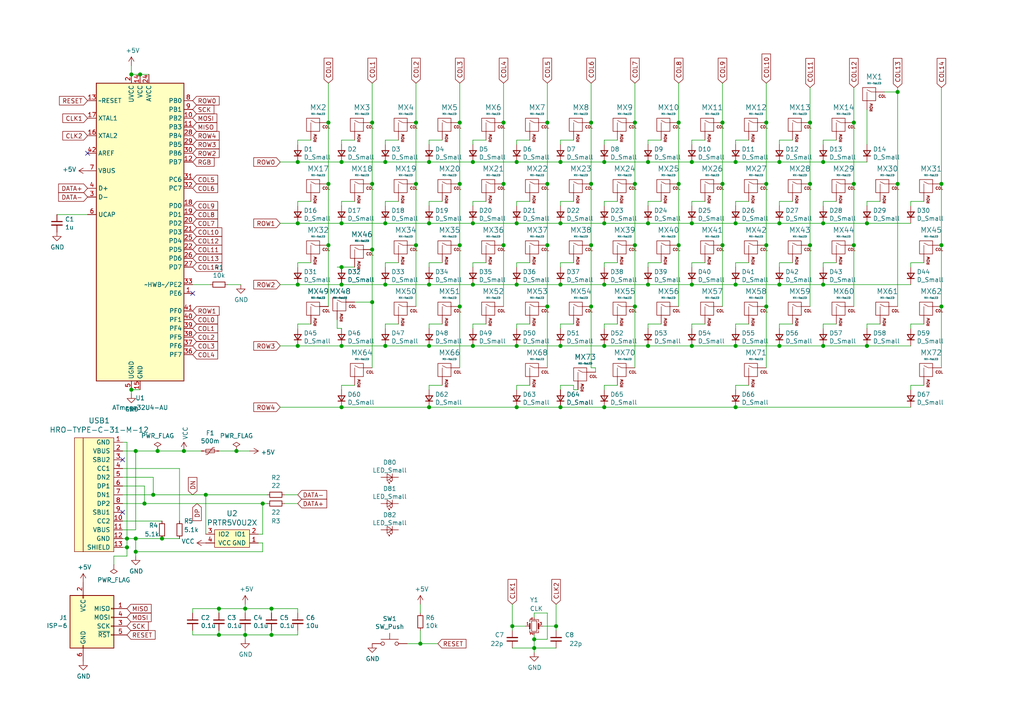
<source format=kicad_sch>
(kicad_sch (version 20210621) (generator eeschema)
  (paper "A4")
  (junction (at 36.83 156.21) (diameter 1.016))
  (junction (at 36.83 158.75) (diameter 1.016))
  (junction (at 38.1 21.59) (diameter 1.016))
  (junction (at 38.1 113.03) (diameter 1.016))
  (junction (at 39.37 130.81) (diameter 1.016))
  (junction (at 39.37 156.21) (diameter 1.016))
  (junction (at 39.37 160.02) (diameter 1.016))
  (junction (at 40.64 21.59) (diameter 1.016))
  (junction (at 41.91 146.05) (diameter 1.016))
  (junction (at 44.45 143.51) (diameter 1.016))
  (junction (at 45.72 130.81) (diameter 1.016))
  (junction (at 46.99 156.21) (diameter 1.016))
  (junction (at 53.34 130.81) (diameter 1.016))
  (junction (at 59.69 143.51) (diameter 1.016))
  (junction (at 63.5 176.53) (diameter 1.016))
  (junction (at 63.5 184.15) (diameter 1.016))
  (junction (at 68.58 130.81) (diameter 1.016))
  (junction (at 71.12 176.53) (diameter 1.016))
  (junction (at 71.12 184.15) (diameter 1.016))
  (junction (at 76.2 146.05) (diameter 1.016))
  (junction (at 78.74 176.53) (diameter 1.016))
  (junction (at 78.74 184.15) (diameter 1.016))
  (junction (at 86.36 46.99) (diameter 1.016))
  (junction (at 86.36 64.77) (diameter 1.016))
  (junction (at 86.36 82.55) (diameter 1.016))
  (junction (at 86.36 100.33) (diameter 1.016))
  (junction (at 95.25 35.56) (diameter 1.016))
  (junction (at 95.25 53.34) (diameter 1.016))
  (junction (at 95.25 71.12) (diameter 1.016))
  (junction (at 99.06 46.99) (diameter 1.016))
  (junction (at 99.06 64.77) (diameter 1.016))
  (junction (at 99.06 77.47) (diameter 1.016))
  (junction (at 99.06 82.55) (diameter 1.016))
  (junction (at 99.06 100.33) (diameter 1.016))
  (junction (at 99.06 118.11) (diameter 1.016))
  (junction (at 107.95 35.56) (diameter 1.016))
  (junction (at 107.95 53.34) (diameter 1.016))
  (junction (at 107.95 72.39) (diameter 1.016))
  (junction (at 107.95 87.63) (diameter 1.016))
  (junction (at 111.76 46.99) (diameter 1.016))
  (junction (at 111.76 64.77) (diameter 1.016))
  (junction (at 111.76 82.55) (diameter 1.016))
  (junction (at 111.76 100.33) (diameter 1.016))
  (junction (at 120.65 35.56) (diameter 1.016))
  (junction (at 120.65 53.34) (diameter 1.016))
  (junction (at 120.65 71.12) (diameter 1.016))
  (junction (at 121.92 186.69) (diameter 1.016))
  (junction (at 124.46 46.99) (diameter 1.016))
  (junction (at 124.46 64.77) (diameter 1.016))
  (junction (at 124.46 82.55) (diameter 1.016))
  (junction (at 124.46 100.33) (diameter 1.016))
  (junction (at 124.46 118.11) (diameter 1.016))
  (junction (at 133.35 35.56) (diameter 1.016))
  (junction (at 133.35 53.34) (diameter 1.016))
  (junction (at 133.35 71.12) (diameter 1.016))
  (junction (at 133.35 88.9) (diameter 1.016))
  (junction (at 137.16 46.99) (diameter 1.016))
  (junction (at 137.16 64.77) (diameter 1.016))
  (junction (at 137.16 82.55) (diameter 1.016))
  (junction (at 137.16 100.33) (diameter 1.016))
  (junction (at 146.05 35.56) (diameter 1.016))
  (junction (at 146.05 53.34) (diameter 1.016))
  (junction (at 146.05 71.12) (diameter 1.016))
  (junction (at 148.59 181.61) (diameter 1.016))
  (junction (at 149.86 46.99) (diameter 1.016))
  (junction (at 149.86 64.77) (diameter 1.016))
  (junction (at 149.86 82.55) (diameter 1.016))
  (junction (at 149.86 100.33) (diameter 1.016))
  (junction (at 149.86 118.11) (diameter 1.016))
  (junction (at 154.94 185.42) (diameter 1.016))
  (junction (at 154.94 187.96) (diameter 1.016))
  (junction (at 158.75 35.56) (diameter 1.016))
  (junction (at 158.75 53.34) (diameter 1.016))
  (junction (at 158.75 71.12) (diameter 1.016))
  (junction (at 158.75 88.9) (diameter 1.016))
  (junction (at 161.29 181.61) (diameter 1.016))
  (junction (at 162.56 46.99) (diameter 1.016))
  (junction (at 162.56 64.77) (diameter 1.016))
  (junction (at 162.56 82.55) (diameter 1.016))
  (junction (at 162.56 100.33) (diameter 1.016))
  (junction (at 162.56 118.11) (diameter 1.016))
  (junction (at 171.45 35.56) (diameter 1.016))
  (junction (at 171.45 53.34) (diameter 1.016))
  (junction (at 171.45 71.12) (diameter 1.016))
  (junction (at 171.45 88.9) (diameter 1.016))
  (junction (at 175.26 46.99) (diameter 1.016))
  (junction (at 175.26 64.77) (diameter 1.016))
  (junction (at 175.26 82.55) (diameter 1.016))
  (junction (at 175.26 100.33) (diameter 1.016))
  (junction (at 175.26 118.11) (diameter 1.016))
  (junction (at 184.15 35.56) (diameter 1.016))
  (junction (at 184.15 53.34) (diameter 1.016))
  (junction (at 184.15 71.12) (diameter 1.016))
  (junction (at 184.15 88.9) (diameter 1.016))
  (junction (at 187.96 46.99) (diameter 1.016))
  (junction (at 187.96 64.77) (diameter 1.016))
  (junction (at 187.96 82.55) (diameter 1.016))
  (junction (at 187.96 100.33) (diameter 1.016))
  (junction (at 196.85 35.56) (diameter 1.016))
  (junction (at 196.85 53.34) (diameter 1.016))
  (junction (at 196.85 71.12) (diameter 1.016))
  (junction (at 200.66 46.99) (diameter 1.016))
  (junction (at 200.66 64.77) (diameter 1.016))
  (junction (at 200.66 82.55) (diameter 1.016))
  (junction (at 200.66 100.33) (diameter 1.016))
  (junction (at 209.55 35.56) (diameter 1.016))
  (junction (at 209.55 53.34) (diameter 1.016))
  (junction (at 209.55 71.12) (diameter 1.016))
  (junction (at 213.36 46.99) (diameter 1.016))
  (junction (at 213.36 64.77) (diameter 1.016))
  (junction (at 213.36 82.55) (diameter 1.016))
  (junction (at 213.36 100.33) (diameter 1.016))
  (junction (at 213.36 118.11) (diameter 1.016))
  (junction (at 222.25 35.56) (diameter 1.016))
  (junction (at 222.25 53.34) (diameter 1.016))
  (junction (at 222.25 71.12) (diameter 1.016))
  (junction (at 222.25 88.9) (diameter 1.016))
  (junction (at 226.06 46.99) (diameter 1.016))
  (junction (at 226.06 64.77) (diameter 1.016))
  (junction (at 226.06 82.55) (diameter 1.016))
  (junction (at 226.06 100.33) (diameter 1.016))
  (junction (at 234.95 35.56) (diameter 1.016))
  (junction (at 234.95 53.34) (diameter 1.016))
  (junction (at 234.95 71.12) (diameter 1.016))
  (junction (at 238.76 46.99) (diameter 1.016))
  (junction (at 238.76 64.77) (diameter 1.016))
  (junction (at 238.76 82.55) (diameter 1.016))
  (junction (at 238.76 100.33) (diameter 1.016))
  (junction (at 247.65 35.56) (diameter 1.016))
  (junction (at 247.65 53.34) (diameter 1.016))
  (junction (at 247.65 71.12) (diameter 1.016))
  (junction (at 251.46 64.77) (diameter 1.016))
  (junction (at 251.46 100.33) (diameter 1.016))
  (junction (at 260.35 26.67) (diameter 1.016))
  (junction (at 260.35 53.34) (diameter 1.016))
  (junction (at 273.05 53.34) (diameter 1.016))
  (junction (at 273.05 71.12) (diameter 1.016))
  (junction (at 273.05 88.9) (diameter 1.016))
  (no_connect (at 25.4 44.45))
  (no_connect (at 35.56 133.35))
  (no_connect (at 35.56 148.59))
  (no_connect (at 55.88 85.09))
  (no_connect (at 94.488 317.246))
  (wire (pts (xy 16.51 62.23) (xy 25.4 62.23)))
  (wire (pts (xy 22.098 261.62) (xy 22.098 288.036)))
  (wire (pts (xy 22.86 261.62) (xy 22.098 261.62)))
  (wire (pts (xy 33.02 161.29) (xy 36.83 161.29)))
  (wire (pts (xy 33.02 163.83) (xy 33.02 161.29)))
  (wire (pts (xy 35.56 135.89) (xy 52.07 135.89)))
  (wire (pts (xy 35.56 138.43) (xy 44.45 138.43)))
  (wire (pts (xy 35.56 140.97) (xy 41.91 140.97)))
  (wire (pts (xy 35.56 143.51) (xy 44.45 143.51)))
  (wire (pts (xy 35.56 146.05) (xy 41.91 146.05)))
  (wire (pts (xy 35.56 151.13) (xy 46.99 151.13)))
  (wire (pts (xy 35.56 153.67) (xy 39.37 153.67)))
  (wire (pts (xy 35.56 158.75) (xy 36.83 158.75)))
  (wire (pts (xy 36.83 128.27) (xy 35.56 128.27)))
  (wire (pts (xy 36.83 156.21) (xy 35.56 156.21)))
  (wire (pts (xy 36.83 156.21) (xy 36.83 128.27)))
  (wire (pts (xy 36.83 156.21) (xy 39.37 156.21)))
  (wire (pts (xy 36.83 158.75) (xy 36.83 156.21)))
  (wire (pts (xy 36.83 161.29) (xy 36.83 158.75)))
  (wire (pts (xy 37.338 288.036) (xy 44.958 288.036)))
  (wire (pts (xy 38.1 21.59) (xy 38.1 19.05)))
  (wire (pts (xy 38.1 21.59) (xy 40.64 21.59)))
  (wire (pts (xy 38.1 113.03) (xy 40.64 113.03)))
  (wire (pts (xy 38.1 114.3) (xy 38.1 113.03)))
  (wire (pts (xy 38.1 232.41) (xy 45.72 232.41)))
  (wire (pts (xy 39.37 130.81) (xy 35.56 130.81)))
  (wire (pts (xy 39.37 153.67) (xy 39.37 130.81)))
  (wire (pts (xy 39.37 156.21) (xy 39.37 160.02)))
  (wire (pts (xy 39.37 156.21) (xy 46.99 156.21)))
  (wire (pts (xy 39.37 160.02) (xy 39.37 161.29)))
  (wire (pts (xy 40.64 21.59) (xy 43.18 21.59)))
  (wire (pts (xy 41.91 140.97) (xy 41.91 146.05)))
  (wire (pts (xy 41.91 146.05) (xy 76.2 146.05)))
  (wire (pts (xy 41.91 261.62) (xy 38.1 261.62)))
  (wire (pts (xy 44.45 138.43) (xy 44.45 143.51)))
  (wire (pts (xy 44.45 143.51) (xy 59.69 143.51)))
  (wire (pts (xy 45.72 130.81) (xy 39.37 130.81)))
  (wire (pts (xy 52.07 135.89) (xy 52.07 151.13)))
  (wire (pts (xy 52.07 156.21) (xy 46.99 156.21)))
  (wire (pts (xy 53.34 130.81) (xy 45.72 130.81)))
  (wire (pts (xy 53.34 130.81) (xy 58.42 130.81)))
  (wire (pts (xy 55.88 82.55) (xy 60.96 82.55)))
  (wire (pts (xy 55.88 176.53) (xy 55.88 177.8)))
  (wire (pts (xy 55.88 182.88) (xy 55.88 184.15)))
  (wire (pts (xy 55.88 184.15) (xy 63.5 184.15)))
  (wire (pts (xy 59.69 143.51) (xy 59.69 154.94)))
  (wire (pts (xy 59.69 143.51) (xy 77.47 143.51)))
  (wire (pts (xy 60.198 288.036) (xy 64.008 288.036)))
  (wire (pts (xy 60.96 232.41) (xy 64.77 232.41)))
  (wire (pts (xy 60.96 261.62) (xy 57.15 261.62)))
  (wire (pts (xy 63.5 130.81) (xy 68.58 130.81)))
  (wire (pts (xy 63.5 176.53) (xy 55.88 176.53)))
  (wire (pts (xy 63.5 177.8) (xy 63.5 176.53)))
  (wire (pts (xy 63.5 182.88) (xy 63.5 184.15)))
  (wire (pts (xy 63.5 184.15) (xy 71.12 184.15)))
  (wire (pts (xy 68.58 130.81) (xy 72.39 130.81)))
  (wire (pts (xy 69.85 82.55) (xy 66.04 82.55)))
  (wire (pts (xy 71.12 175.26) (xy 71.12 176.53)))
  (wire (pts (xy 71.12 176.53) (xy 63.5 176.53)))
  (wire (pts (xy 71.12 177.8) (xy 71.12 176.53)))
  (wire (pts (xy 71.12 182.88) (xy 71.12 184.15)))
  (wire (pts (xy 71.12 184.15) (xy 71.12 185.42)))
  (wire (pts (xy 71.12 184.15) (xy 78.74 184.15)))
  (wire (pts (xy 74.93 154.94) (xy 76.2 154.94)))
  (wire (pts (xy 76.2 146.05) (xy 77.47 146.05)))
  (wire (pts (xy 76.2 154.94) (xy 76.2 146.05)))
  (wire (pts (xy 76.2 157.48) (xy 74.93 157.48)))
  (wire (pts (xy 76.2 157.48) (xy 76.2 160.02)))
  (wire (pts (xy 76.2 160.02) (xy 39.37 160.02)))
  (wire (pts (xy 78.74 176.53) (xy 71.12 176.53)))
  (wire (pts (xy 78.74 177.8) (xy 78.74 176.53)))
  (wire (pts (xy 78.74 184.15) (xy 78.74 182.88)))
  (wire (pts (xy 78.74 184.15) (xy 86.36 184.15)))
  (wire (pts (xy 79.248 288.036) (xy 83.058 288.036)))
  (wire (pts (xy 80.01 232.41) (xy 83.82 232.41)))
  (wire (pts (xy 80.01 261.62) (xy 76.2 261.62)))
  (wire (pts (xy 81.28 82.55) (xy 86.36 82.55)))
  (wire (pts (xy 81.28 100.33) (xy 86.36 100.33)))
  (wire (pts (xy 81.28 118.11) (xy 99.06 118.11)))
  (wire (pts (xy 86.36 40.64) (xy 86.36 41.91)))
  (wire (pts (xy 86.36 46.99) (xy 81.28 46.99)))
  (wire (pts (xy 86.36 46.99) (xy 99.06 46.99)))
  (wire (pts (xy 86.36 58.42) (xy 86.36 59.69)))
  (wire (pts (xy 86.36 64.77) (xy 81.28 64.77)))
  (wire (pts (xy 86.36 64.77) (xy 99.06 64.77)))
  (wire (pts (xy 86.36 76.2) (xy 86.36 77.47)))
  (wire (pts (xy 86.36 82.55) (xy 99.06 82.55)))
  (wire (pts (xy 86.36 93.98) (xy 86.36 95.25)))
  (wire (pts (xy 86.36 100.33) (xy 99.06 100.33)))
  (wire (pts (xy 86.36 143.51) (xy 82.55 143.51)))
  (wire (pts (xy 86.36 146.05) (xy 82.55 146.05)))
  (wire (pts (xy 86.36 176.53) (xy 78.74 176.53)))
  (wire (pts (xy 86.36 177.8) (xy 86.36 176.53)))
  (wire (pts (xy 86.36 184.15) (xy 86.36 182.88)))
  (wire (pts (xy 90.17 40.64) (xy 86.36 40.64)))
  (wire (pts (xy 90.17 58.42) (xy 86.36 58.42)))
  (wire (pts (xy 90.17 76.2) (xy 86.36 76.2)))
  (wire (pts (xy 90.17 93.98) (xy 86.36 93.98)))
  (wire (pts (xy 95.25 35.56) (xy 95.25 24.13)))
  (wire (pts (xy 95.25 53.34) (xy 95.25 35.56)))
  (wire (pts (xy 95.25 71.12) (xy 95.25 53.34)))
  (wire (pts (xy 95.25 88.9) (xy 95.25 71.12)))
  (wire (pts (xy 97.79 77.47) (xy 99.06 77.47)))
  (wire (pts (xy 97.79 92.71) (xy 97.79 95.25)))
  (wire (pts (xy 97.79 95.25) (xy 99.06 95.25)))
  (wire (pts (xy 98.298 317.246) (xy 94.488 317.246)))
  (wire (pts (xy 99.06 40.64) (xy 99.06 41.91)))
  (wire (pts (xy 99.06 46.99) (xy 111.76 46.99)))
  (wire (pts (xy 99.06 58.42) (xy 99.06 59.69)))
  (wire (pts (xy 99.06 64.77) (xy 111.76 64.77)))
  (wire (pts (xy 99.06 77.47) (xy 102.87 77.47)))
  (wire (pts (xy 99.06 82.55) (xy 111.76 82.55)))
  (wire (pts (xy 99.06 100.33) (xy 111.76 100.33)))
  (wire (pts (xy 99.06 111.76) (xy 99.06 113.03)))
  (wire (pts (xy 99.06 118.11) (xy 124.46 118.11)))
  (wire (pts (xy 99.06 261.62) (xy 95.25 261.62)))
  (wire (pts (xy 102.108 288.036) (xy 98.298 288.036)))
  (wire (pts (xy 102.87 40.64) (xy 99.06 40.64)))
  (wire (pts (xy 102.87 58.42) (xy 99.06 58.42)))
  (wire (pts (xy 102.87 87.63) (xy 107.95 87.63)))
  (wire (pts (xy 102.87 111.76) (xy 99.06 111.76)))
  (wire (pts (xy 102.87 232.41) (xy 99.06 232.41)))
  (wire (pts (xy 107.95 35.56) (xy 107.95 24.13)))
  (wire (pts (xy 107.95 53.34) (xy 107.95 35.56)))
  (wire (pts (xy 107.95 53.34) (xy 107.95 72.39)))
  (wire (pts (xy 107.95 72.39) (xy 107.95 87.63)))
  (wire (pts (xy 107.95 87.63) (xy 107.95 106.68)))
  (wire (pts (xy 111.76 40.64) (xy 111.76 41.91)))
  (wire (pts (xy 111.76 46.99) (xy 124.46 46.99)))
  (wire (pts (xy 111.76 58.42) (xy 111.76 59.69)))
  (wire (pts (xy 111.76 64.77) (xy 124.46 64.77)))
  (wire (pts (xy 111.76 76.2) (xy 111.76 77.47)))
  (wire (pts (xy 111.76 82.55) (xy 124.46 82.55)))
  (wire (pts (xy 111.76 93.98) (xy 111.76 95.25)))
  (wire (pts (xy 111.76 100.33) (xy 124.46 100.33)))
  (wire (pts (xy 115.57 40.64) (xy 111.76 40.64)))
  (wire (pts (xy 115.57 58.42) (xy 111.76 58.42)))
  (wire (pts (xy 115.57 76.2) (xy 111.76 76.2)))
  (wire (pts (xy 115.57 93.98) (xy 111.76 93.98)))
  (wire (pts (xy 117.348 317.246) (xy 113.538 317.246)))
  (wire (pts (xy 118.11 261.62) (xy 114.3 261.62)))
  (wire (pts (xy 120.65 35.56) (xy 120.65 24.13)))
  (wire (pts (xy 120.65 53.34) (xy 120.65 35.56)))
  (wire (pts (xy 120.65 71.12) (xy 120.65 53.34)))
  (wire (pts (xy 120.65 88.9) (xy 120.65 71.12)))
  (wire (pts (xy 121.158 288.036) (xy 117.348 288.036)))
  (wire (pts (xy 121.92 175.26) (xy 121.92 177.8)))
  (wire (pts (xy 121.92 182.88) (xy 121.92 186.69)))
  (wire (pts (xy 121.92 186.69) (xy 118.11 186.69)))
  (wire (pts (xy 121.92 186.69) (xy 127 186.69)))
  (wire (pts (xy 121.92 232.41) (xy 118.11 232.41)))
  (wire (pts (xy 124.46 40.64) (xy 124.46 41.91)))
  (wire (pts (xy 124.46 46.99) (xy 137.16 46.99)))
  (wire (pts (xy 124.46 58.42) (xy 124.46 59.69)))
  (wire (pts (xy 124.46 64.77) (xy 137.16 64.77)))
  (wire (pts (xy 124.46 76.2) (xy 124.46 77.47)))
  (wire (pts (xy 124.46 82.55) (xy 137.16 82.55)))
  (wire (pts (xy 124.46 93.98) (xy 124.46 95.25)))
  (wire (pts (xy 124.46 100.33) (xy 137.16 100.33)))
  (wire (pts (xy 124.46 111.76) (xy 124.46 113.03)))
  (wire (pts (xy 124.46 118.11) (xy 149.86 118.11)))
  (wire (pts (xy 128.27 40.64) (xy 124.46 40.64)))
  (wire (pts (xy 128.27 58.42) (xy 124.46 58.42)))
  (wire (pts (xy 128.27 76.2) (xy 124.46 76.2)))
  (wire (pts (xy 128.27 93.98) (xy 124.46 93.98)))
  (wire (pts (xy 128.27 111.76) (xy 124.46 111.76)))
  (wire (pts (xy 132.588 317.246) (xy 136.398 317.246)))
  (wire (pts (xy 133.35 35.56) (xy 133.35 24.13)))
  (wire (pts (xy 133.35 35.56) (xy 133.35 53.34)))
  (wire (pts (xy 133.35 53.34) (xy 133.35 71.12)))
  (wire (pts (xy 133.35 71.12) (xy 133.35 88.9)))
  (wire (pts (xy 133.35 88.9) (xy 133.35 106.68)))
  (wire (pts (xy 133.35 261.62) (xy 137.16 261.62)))
  (wire (pts (xy 136.398 317.246) (xy 136.398 288.036)))
  (wire (pts (xy 137.16 40.64) (xy 137.16 41.91)))
  (wire (pts (xy 137.16 46.99) (xy 149.86 46.99)))
  (wire (pts (xy 137.16 58.42) (xy 137.16 59.69)))
  (wire (pts (xy 137.16 64.77) (xy 149.86 64.77)))
  (wire (pts (xy 137.16 76.2) (xy 137.16 77.47)))
  (wire (pts (xy 137.16 82.55) (xy 149.86 82.55)))
  (wire (pts (xy 137.16 93.98) (xy 137.16 95.25)))
  (wire (pts (xy 137.16 100.33) (xy 149.86 100.33)))
  (wire (pts (xy 137.16 261.62) (xy 137.16 232.41)))
  (wire (pts (xy 140.97 40.64) (xy 137.16 40.64)))
  (wire (pts (xy 140.97 58.42) (xy 137.16 58.42)))
  (wire (pts (xy 140.97 76.2) (xy 137.16 76.2)))
  (wire (pts (xy 140.97 93.98) (xy 137.16 93.98)))
  (wire (pts (xy 146.05 35.56) (xy 146.05 24.13)))
  (wire (pts (xy 146.05 53.34) (xy 146.05 35.56)))
  (wire (pts (xy 146.05 71.12) (xy 146.05 53.34)))
  (wire (pts (xy 146.05 88.9) (xy 146.05 71.12)))
  (wire (pts (xy 148.59 181.61) (xy 148.59 175.26)))
  (wire (pts (xy 148.59 181.61) (xy 152.4 181.61)))
  (wire (pts (xy 148.59 182.88) (xy 148.59 181.61)))
  (wire (pts (xy 148.59 187.96) (xy 154.94 187.96)))
  (wire (pts (xy 149.86 40.64) (xy 149.86 41.91)))
  (wire (pts (xy 149.86 46.99) (xy 162.56 46.99)))
  (wire (pts (xy 149.86 58.42) (xy 149.86 59.69)))
  (wire (pts (xy 149.86 64.77) (xy 162.56 64.77)))
  (wire (pts (xy 149.86 76.2) (xy 149.86 77.47)))
  (wire (pts (xy 149.86 82.55) (xy 162.56 82.55)))
  (wire (pts (xy 149.86 93.98) (xy 149.86 95.25)))
  (wire (pts (xy 149.86 100.33) (xy 162.56 100.33)))
  (wire (pts (xy 149.86 111.76) (xy 149.86 113.03)))
  (wire (pts (xy 149.86 118.11) (xy 162.56 118.11)))
  (wire (pts (xy 153.67 40.64) (xy 149.86 40.64)))
  (wire (pts (xy 153.67 58.42) (xy 149.86 58.42)))
  (wire (pts (xy 153.67 76.2) (xy 149.86 76.2)))
  (wire (pts (xy 153.67 93.98) (xy 149.86 93.98)))
  (wire (pts (xy 153.67 111.76) (xy 149.86 111.76)))
  (wire (pts (xy 154.94 177.8) (xy 158.75 177.8)))
  (wire (pts (xy 154.94 179.07) (xy 154.94 177.8)))
  (wire (pts (xy 154.94 184.15) (xy 154.94 185.42)))
  (wire (pts (xy 154.94 185.42) (xy 154.94 187.96)))
  (wire (pts (xy 154.94 185.42) (xy 158.75 185.42)))
  (wire (pts (xy 154.94 187.96) (xy 161.29 187.96)))
  (wire (pts (xy 154.94 189.23) (xy 154.94 187.96)))
  (wire (pts (xy 157.48 181.61) (xy 161.29 181.61)))
  (wire (pts (xy 158.75 35.56) (xy 158.75 24.13)))
  (wire (pts (xy 158.75 35.56) (xy 158.75 53.34)))
  (wire (pts (xy 158.75 53.34) (xy 158.75 71.12)))
  (wire (pts (xy 158.75 71.12) (xy 158.75 88.9)))
  (wire (pts (xy 158.75 88.9) (xy 158.75 106.68)))
  (wire (pts (xy 158.75 177.8) (xy 158.75 185.42)))
  (wire (pts (xy 161.29 175.26) (xy 161.29 181.61)))
  (wire (pts (xy 161.29 181.61) (xy 161.29 182.88)))
  (wire (pts (xy 162.56 40.64) (xy 162.56 41.91)))
  (wire (pts (xy 162.56 46.99) (xy 175.26 46.99)))
  (wire (pts (xy 162.56 58.42) (xy 162.56 59.69)))
  (wire (pts (xy 162.56 64.77) (xy 175.26 64.77)))
  (wire (pts (xy 162.56 76.2) (xy 162.56 77.47)))
  (wire (pts (xy 162.56 82.55) (xy 175.26 82.55)))
  (wire (pts (xy 162.56 93.98) (xy 162.56 95.25)))
  (wire (pts (xy 162.56 100.33) (xy 175.26 100.33)))
  (wire (pts (xy 162.56 111.76) (xy 162.56 113.03)))
  (wire (pts (xy 162.56 118.11) (xy 175.26 118.11)))
  (wire (pts (xy 166.37 40.64) (xy 162.56 40.64)))
  (wire (pts (xy 166.37 58.42) (xy 162.56 58.42)))
  (wire (pts (xy 166.37 76.2) (xy 162.56 76.2)))
  (wire (pts (xy 166.37 93.98) (xy 162.56 93.98)))
  (wire (pts (xy 166.37 111.76) (xy 162.56 111.76)))
  (wire (pts (xy 166.37 113.03) (xy 166.37 111.76)))
  (wire (pts (xy 167.64 113.03) (xy 166.37 113.03)))
  (wire (pts (xy 171.45 35.56) (xy 171.45 24.13)))
  (wire (pts (xy 171.45 53.34) (xy 171.45 35.56)))
  (wire (pts (xy 171.45 71.12) (xy 171.45 53.34)))
  (wire (pts (xy 171.45 88.9) (xy 171.45 71.12)))
  (wire (pts (xy 171.45 106.68) (xy 171.45 88.9)))
  (wire (pts (xy 172.72 106.68) (xy 171.45 106.68)))
  (wire (pts (xy 172.72 107.95) (xy 172.72 106.68)))
  (wire (pts (xy 175.26 40.64) (xy 175.26 41.91)))
  (wire (pts (xy 175.26 46.99) (xy 187.96 46.99)))
  (wire (pts (xy 175.26 58.42) (xy 175.26 59.69)))
  (wire (pts (xy 175.26 64.77) (xy 187.96 64.77)))
  (wire (pts (xy 175.26 76.2) (xy 175.26 77.47)))
  (wire (pts (xy 175.26 82.55) (xy 187.96 82.55)))
  (wire (pts (xy 175.26 93.98) (xy 175.26 95.25)))
  (wire (pts (xy 175.26 100.33) (xy 187.96 100.33)))
  (wire (pts (xy 175.26 111.76) (xy 175.26 113.03)))
  (wire (pts (xy 175.26 118.11) (xy 213.36 118.11)))
  (wire (pts (xy 179.07 40.64) (xy 175.26 40.64)))
  (wire (pts (xy 179.07 58.42) (xy 175.26 58.42)))
  (wire (pts (xy 179.07 76.2) (xy 175.26 76.2)))
  (wire (pts (xy 179.07 93.98) (xy 175.26 93.98)))
  (wire (pts (xy 179.07 111.76) (xy 175.26 111.76)))
  (wire (pts (xy 184.15 35.56) (xy 184.15 24.13)))
  (wire (pts (xy 184.15 35.56) (xy 184.15 53.34)))
  (wire (pts (xy 184.15 53.34) (xy 184.15 71.12)))
  (wire (pts (xy 184.15 71.12) (xy 184.15 88.9)))
  (wire (pts (xy 184.15 88.9) (xy 184.15 106.68)))
  (wire (pts (xy 187.96 40.64) (xy 187.96 41.91)))
  (wire (pts (xy 187.96 46.99) (xy 200.66 46.99)))
  (wire (pts (xy 187.96 58.42) (xy 187.96 59.69)))
  (wire (pts (xy 187.96 64.77) (xy 200.66 64.77)))
  (wire (pts (xy 187.96 76.2) (xy 187.96 77.47)))
  (wire (pts (xy 187.96 82.55) (xy 200.66 82.55)))
  (wire (pts (xy 187.96 93.98) (xy 187.96 95.25)))
  (wire (pts (xy 187.96 100.33) (xy 200.66 100.33)))
  (wire (pts (xy 191.77 40.64) (xy 187.96 40.64)))
  (wire (pts (xy 191.77 58.42) (xy 187.96 58.42)))
  (wire (pts (xy 191.77 76.2) (xy 187.96 76.2)))
  (wire (pts (xy 191.77 93.98) (xy 187.96 93.98)))
  (wire (pts (xy 196.85 35.56) (xy 196.85 24.13)))
  (wire (pts (xy 196.85 53.34) (xy 196.85 35.56)))
  (wire (pts (xy 196.85 71.12) (xy 196.85 53.34)))
  (wire (pts (xy 196.85 88.9) (xy 196.85 71.12)))
  (wire (pts (xy 200.66 40.64) (xy 200.66 41.91)))
  (wire (pts (xy 200.66 46.99) (xy 213.36 46.99)))
  (wire (pts (xy 200.66 58.42) (xy 200.66 59.69)))
  (wire (pts (xy 200.66 64.77) (xy 213.36 64.77)))
  (wire (pts (xy 200.66 76.2) (xy 200.66 77.47)))
  (wire (pts (xy 200.66 82.55) (xy 213.36 82.55)))
  (wire (pts (xy 200.66 93.98) (xy 200.66 95.25)))
  (wire (pts (xy 200.66 100.33) (xy 213.36 100.33)))
  (wire (pts (xy 204.47 40.64) (xy 200.66 40.64)))
  (wire (pts (xy 204.47 58.42) (xy 200.66 58.42)))
  (wire (pts (xy 204.47 76.2) (xy 200.66 76.2)))
  (wire (pts (xy 204.47 93.98) (xy 200.66 93.98)))
  (wire (pts (xy 209.55 35.56) (xy 209.55 24.13)))
  (wire (pts (xy 209.55 35.56) (xy 209.55 53.34)))
  (wire (pts (xy 209.55 53.34) (xy 209.55 71.12)))
  (wire (pts (xy 209.55 71.12) (xy 209.55 88.9)))
  (wire (pts (xy 213.36 40.64) (xy 213.36 41.91)))
  (wire (pts (xy 213.36 46.99) (xy 226.06 46.99)))
  (wire (pts (xy 213.36 58.42) (xy 213.36 59.69)))
  (wire (pts (xy 213.36 64.77) (xy 226.06 64.77)))
  (wire (pts (xy 213.36 76.2) (xy 213.36 77.47)))
  (wire (pts (xy 213.36 82.55) (xy 226.06 82.55)))
  (wire (pts (xy 213.36 93.98) (xy 213.36 95.25)))
  (wire (pts (xy 213.36 100.33) (xy 226.06 100.33)))
  (wire (pts (xy 213.36 111.76) (xy 213.36 113.03)))
  (wire (pts (xy 213.36 118.11) (xy 264.16 118.11)))
  (wire (pts (xy 217.17 40.64) (xy 213.36 40.64)))
  (wire (pts (xy 217.17 58.42) (xy 213.36 58.42)))
  (wire (pts (xy 217.17 76.2) (xy 213.36 76.2)))
  (wire (pts (xy 217.17 93.98) (xy 213.36 93.98)))
  (wire (pts (xy 217.17 111.76) (xy 213.36 111.76)))
  (wire (pts (xy 222.25 35.56) (xy 222.25 24.13)))
  (wire (pts (xy 222.25 53.34) (xy 222.25 35.56)))
  (wire (pts (xy 222.25 71.12) (xy 222.25 53.34)))
  (wire (pts (xy 222.25 88.9) (xy 222.25 71.12)))
  (wire (pts (xy 222.25 106.68) (xy 222.25 88.9)))
  (wire (pts (xy 226.06 40.64) (xy 226.06 41.91)))
  (wire (pts (xy 226.06 58.42) (xy 226.06 59.69)))
  (wire (pts (xy 226.06 76.2) (xy 226.06 77.47)))
  (wire (pts (xy 226.06 93.98) (xy 226.06 95.25)))
  (wire (pts (xy 229.87 40.64) (xy 226.06 40.64)))
  (wire (pts (xy 229.87 58.42) (xy 226.06 58.42)))
  (wire (pts (xy 229.87 76.2) (xy 226.06 76.2)))
  (wire (pts (xy 229.87 93.98) (xy 226.06 93.98)))
  (wire (pts (xy 234.95 35.56) (xy 234.95 25.4)))
  (wire (pts (xy 234.95 35.56) (xy 234.95 53.34)))
  (wire (pts (xy 234.95 53.34) (xy 234.95 71.12)))
  (wire (pts (xy 234.95 71.12) (xy 234.95 88.9)))
  (wire (pts (xy 238.76 40.64) (xy 238.76 41.91)))
  (wire (pts (xy 238.76 46.99) (xy 226.06 46.99)))
  (wire (pts (xy 238.76 58.42) (xy 238.76 59.69)))
  (wire (pts (xy 238.76 64.77) (xy 226.06 64.77)))
  (wire (pts (xy 238.76 64.77) (xy 251.46 64.77)))
  (wire (pts (xy 238.76 76.2) (xy 238.76 77.47)))
  (wire (pts (xy 238.76 82.55) (xy 226.06 82.55)))
  (wire (pts (xy 238.76 82.55) (xy 264.16 82.55)))
  (wire (pts (xy 238.76 93.98) (xy 238.76 95.25)))
  (wire (pts (xy 238.76 100.33) (xy 226.06 100.33)))
  (wire (pts (xy 242.57 40.64) (xy 238.76 40.64)))
  (wire (pts (xy 242.57 58.42) (xy 238.76 58.42)))
  (wire (pts (xy 242.57 76.2) (xy 238.76 76.2)))
  (wire (pts (xy 242.57 93.98) (xy 238.76 93.98)))
  (wire (pts (xy 247.65 35.56) (xy 247.65 25.4)))
  (wire (pts (xy 247.65 53.34) (xy 247.65 35.56)))
  (wire (pts (xy 247.65 71.12) (xy 247.65 53.34)))
  (wire (pts (xy 247.65 88.9) (xy 247.65 71.12)))
  (wire (pts (xy 251.46 31.75) (xy 251.46 41.91)))
  (wire (pts (xy 251.46 46.99) (xy 238.76 46.99)))
  (wire (pts (xy 251.46 58.42) (xy 251.46 59.69)))
  (wire (pts (xy 251.46 64.77) (xy 264.16 64.77)))
  (wire (pts (xy 251.46 93.98) (xy 251.46 95.25)))
  (wire (pts (xy 251.46 100.33) (xy 238.76 100.33)))
  (wire (pts (xy 255.27 58.42) (xy 251.46 58.42)))
  (wire (pts (xy 255.27 93.98) (xy 251.46 93.98)))
  (wire (pts (xy 256.54 26.67) (xy 260.35 26.67)))
  (wire (pts (xy 260.35 26.67) (xy 260.35 25.4)))
  (wire (pts (xy 260.35 26.67) (xy 260.35 53.34)))
  (wire (pts (xy 260.35 53.34) (xy 260.35 88.9)))
  (wire (pts (xy 264.16 58.42) (xy 264.16 59.69)))
  (wire (pts (xy 264.16 76.2) (xy 264.16 77.47)))
  (wire (pts (xy 264.16 93.98) (xy 264.16 95.25)))
  (wire (pts (xy 264.16 100.33) (xy 251.46 100.33)))
  (wire (pts (xy 264.16 111.76) (xy 264.16 113.03)))
  (wire (pts (xy 267.97 58.42) (xy 264.16 58.42)))
  (wire (pts (xy 267.97 76.2) (xy 264.16 76.2)))
  (wire (pts (xy 267.97 93.98) (xy 264.16 93.98)))
  (wire (pts (xy 267.97 111.76) (xy 264.16 111.76)))
  (wire (pts (xy 273.05 25.4) (xy 273.05 53.34)))
  (wire (pts (xy 273.05 53.34) (xy 273.05 71.12)))
  (wire (pts (xy 273.05 71.12) (xy 273.05 88.9)))
  (wire (pts (xy 273.05 88.9) (xy 273.05 106.68)))
  (global_label "RGB" (shape input) (at 22.86 232.41 180) (property "Intersheet References" "${INTERSHEET_REFS}" (effects hide)))
  (global_label "RESET" (shape input) (at 25.4 29.21 180) (property "Intersheet References" "${INTERSHEET_REFS}" (effects hide)))
  (global_label "CLK1" (shape input) (at 25.4 34.29 180) (property "Intersheet References" "${INTERSHEET_REFS}" (effects hide)))
  (global_label "CLK2" (shape input) (at 25.4 39.37 180) (property "Intersheet References" "${INTERSHEET_REFS}" (effects hide)))
  (global_label "DATA+" (shape input) (at 25.4 54.61 180) (property "Intersheet References" "${INTERSHEET_REFS}" (effects hide)))
  (global_label "DATA-" (shape input) (at 25.4 57.15 180) (property "Intersheet References" "${INTERSHEET_REFS}" (effects hide)))
  (global_label "MISO" (shape input) (at 36.83 176.53 0) (property "Intersheet References" "${INTERSHEET_REFS}" (effects hide)))
  (global_label "MOSI" (shape input) (at 36.83 179.07 0) (property "Intersheet References" "${INTERSHEET_REFS}" (effects hide)))
  (global_label "SCK" (shape input) (at 36.83 181.61 0) (property "Intersheet References" "${INTERSHEET_REFS}" (effects hide)))
  (global_label "RESET" (shape input) (at 36.83 184.15 0) (property "Intersheet References" "${INTERSHEET_REFS}" (effects hide)))
  (global_label "ROW0" (shape input) (at 55.88 29.21 0) (property "Intersheet References" "${INTERSHEET_REFS}" (effects hide)))
  (global_label "SCK" (shape input) (at 55.88 31.75 0) (property "Intersheet References" "${INTERSHEET_REFS}" (effects hide)))
  (global_label "MOSI" (shape input) (at 55.88 34.29 0) (property "Intersheet References" "${INTERSHEET_REFS}" (effects hide)))
  (global_label "MISO" (shape input) (at 55.88 36.83 0) (property "Intersheet References" "${INTERSHEET_REFS}" (effects hide)))
  (global_label "ROW4" (shape input) (at 55.88 39.37 0) (property "Intersheet References" "${INTERSHEET_REFS}" (effects hide)))
  (global_label "ROW3" (shape input) (at 55.88 41.91 0) (property "Intersheet References" "${INTERSHEET_REFS}" (effects hide)))
  (global_label "ROW2" (shape input) (at 55.88 44.45 0) (property "Intersheet References" "${INTERSHEET_REFS}" (effects hide)))
  (global_label "RGB" (shape input) (at 55.88 46.99 0) (property "Intersheet References" "${INTERSHEET_REFS}" (effects hide)))
  (global_label "COL5" (shape input) (at 55.88 52.07 0) (property "Intersheet References" "${INTERSHEET_REFS}" (effects hide)))
  (global_label "COL6" (shape input) (at 55.88 54.61 0) (property "Intersheet References" "${INTERSHEET_REFS}" (effects hide)))
  (global_label "COL9" (shape input) (at 55.88 59.69 0) (property "Intersheet References" "${INTERSHEET_REFS}" (effects hide)))
  (global_label "COL8" (shape input) (at 55.88 62.23 0) (property "Intersheet References" "${INTERSHEET_REFS}" (effects hide)))
  (global_label "COL7" (shape input) (at 55.88 64.77 0) (property "Intersheet References" "${INTERSHEET_REFS}" (effects hide)))
  (global_label "COL10" (shape input) (at 55.88 67.31 0) (property "Intersheet References" "${INTERSHEET_REFS}" (effects hide)))
  (global_label "COL12" (shape input) (at 55.88 69.85 0) (property "Intersheet References" "${INTERSHEET_REFS}" (effects hide)))
  (global_label "COL11" (shape input) (at 55.88 72.39 0) (property "Intersheet References" "${INTERSHEET_REFS}" (effects hide)))
  (global_label "COL13" (shape input) (at 55.88 74.93 0) (property "Intersheet References" "${INTERSHEET_REFS}" (effects hide)))
  (global_label "COL14" (shape input) (at 55.88 77.47 0) (property "Intersheet References" "${INTERSHEET_REFS}" (effects hide)))
  (global_label "ROW1" (shape input) (at 55.88 90.17 0) (property "Intersheet References" "${INTERSHEET_REFS}" (effects hide)))
  (global_label "COL0" (shape input) (at 55.88 92.71 0) (property "Intersheet References" "${INTERSHEET_REFS}" (effects hide)))
  (global_label "COL1" (shape input) (at 55.88 95.25 0) (property "Intersheet References" "${INTERSHEET_REFS}" (effects hide)))
  (global_label "COL2" (shape input) (at 55.88 97.79 0) (property "Intersheet References" "${INTERSHEET_REFS}" (effects hide)))
  (global_label "COL3" (shape input) (at 55.88 100.33 0) (property "Intersheet References" "${INTERSHEET_REFS}" (effects hide)))
  (global_label "COL4" (shape input) (at 55.88 102.87 0) (property "Intersheet References" "${INTERSHEET_REFS}" (effects hide)))
  (global_label "DN" (shape input) (at 55.88 143.51 90) (property "Intersheet References" "${INTERSHEET_REFS}" (effects hide)))
  (global_label "DP" (shape input) (at 57.15 146.05 270) (property "Intersheet References" "${INTERSHEET_REFS}" (effects hide)))
  (global_label "ROW0" (shape input) (at 81.28 46.99 180) (property "Intersheet References" "${INTERSHEET_REFS}" (effects hide)))
  (global_label "ROW1" (shape input) (at 81.28 64.77 180) (property "Intersheet References" "${INTERSHEET_REFS}" (effects hide)))
  (global_label "ROW2" (shape input) (at 81.28 82.55 180) (property "Intersheet References" "${INTERSHEET_REFS}" (effects hide)))
  (global_label "ROW3" (shape input) (at 81.28 100.33 180) (property "Intersheet References" "${INTERSHEET_REFS}" (effects hide)))
  (global_label "ROW4" (shape input) (at 81.28 118.11 180) (property "Intersheet References" "${INTERSHEET_REFS}" (effects hide)))
  (global_label "DATA-" (shape input) (at 86.36 143.51 0) (property "Intersheet References" "${INTERSHEET_REFS}" (effects hide)))
  (global_label "DATA+" (shape input) (at 86.36 146.05 0) (property "Intersheet References" "${INTERSHEET_REFS}" (effects hide)))
  (global_label "COL0" (shape input) (at 95.25 24.13 90) (property "Intersheet References" "${INTERSHEET_REFS}" (effects hide)))
  (global_label "COL1" (shape input) (at 107.95 24.13 90) (property "Intersheet References" "${INTERSHEET_REFS}" (effects hide)))
  (global_label "COL2" (shape input) (at 120.65 24.13 90) (property "Intersheet References" "${INTERSHEET_REFS}" (effects hide)))
  (global_label "RESET" (shape input) (at 127 186.69 0) (property "Intersheet References" "${INTERSHEET_REFS}" (effects hide)))
  (global_label "COL3" (shape input) (at 133.35 24.13 90) (property "Intersheet References" "${INTERSHEET_REFS}" (effects hide)))
  (global_label "COL4" (shape input) (at 146.05 24.13 90) (property "Intersheet References" "${INTERSHEET_REFS}" (effects hide)))
  (global_label "CLK1" (shape input) (at 148.59 175.26 90) (property "Intersheet References" "${INTERSHEET_REFS}" (effects hide)))
  (global_label "COL5" (shape input) (at 158.75 24.13 90) (property "Intersheet References" "${INTERSHEET_REFS}" (effects hide)))
  (global_label "CLK2" (shape input) (at 161.29 175.26 90) (property "Intersheet References" "${INTERSHEET_REFS}" (effects hide)))
  (global_label "COL6" (shape input) (at 171.45 24.13 90) (property "Intersheet References" "${INTERSHEET_REFS}" (effects hide)))
  (global_label "COL7" (shape input) (at 184.15 24.13 90) (property "Intersheet References" "${INTERSHEET_REFS}" (effects hide)))
  (global_label "COL8" (shape input) (at 196.85 24.13 90) (property "Intersheet References" "${INTERSHEET_REFS}" (effects hide)))
  (global_label "COL9" (shape input) (at 209.55 24.13 90) (property "Intersheet References" "${INTERSHEET_REFS}" (effects hide)))
  (global_label "COL10" (shape input) (at 222.25 24.13 90) (property "Intersheet References" "${INTERSHEET_REFS}" (effects hide)))
  (global_label "COL11" (shape input) (at 234.95 25.4 90) (property "Intersheet References" "${INTERSHEET_REFS}" (effects hide)))
  (global_label "COL12" (shape input) (at 247.65 25.4 90) (property "Intersheet References" "${INTERSHEET_REFS}" (effects hide)))
  (global_label "COL13" (shape input) (at 260.35 25.4 90) (property "Intersheet References" "${INTERSHEET_REFS}" (effects hide)))
  (global_label "COL14" (shape input) (at 273.05 25.4 90) (property "Intersheet References" "${INTERSHEET_REFS}" (effects hide)))
  (symbol (lib_id "power:+5V") (at 24.13 168.91 0) (unit 1)
    (property "Reference" "#PWR010" (effects hide))
    (property "Value" "+5V" (at 24.511 164.5158 0))
  )
  (symbol (lib_id "power:+5V") (at 25.4 49.53 90) (unit 1)
    (property "Reference" "#PWR02" (effects hide))
    (property "Value" "+5V" (at 22.1488 49.149 90) (effects (justify left)))
  )
  (symbol (lib_id "power:+5V") (at 29.718 280.416 0) (unit 1)
    (property "Reference" "#PWR041" (effects hide))
    (property "Value" "+5V" (at 30.099 276.0218 0))
  )
  (symbol (lib_id "power:+5V") (at 30.48 224.79 0) (unit 1)
    (property "Reference" "#PWR017" (effects hide))
    (property "Value" "+5V" (at 30.861 220.3958 0))
  )
  (symbol (lib_id "power:+5V") (at 30.48 269.24 180) (unit 1)
    (property "Reference" "#PWR035" (effects hide))
    (property "Value" "+5V" (at 30.099 273.6342 0))
  )
  (symbol (lib_id "power:+5V") (at 38.1 19.05 0) (unit 1)
    (property "Reference" "#PWR01" (effects hide))
    (property "Value" "+5V" (at 38.481 14.6558 0))
  )
  (symbol (lib_id "power:+5V") (at 49.53 269.24 180) (unit 1)
    (property "Reference" "#PWR036" (effects hide))
    (property "Value" "+5V" (at 49.149 273.6342 0))
  )
  (symbol (lib_id "power:+5V") (at 52.578 280.416 0) (unit 1)
    (property "Reference" "#PWR042" (effects hide))
    (property "Value" "+5V" (at 52.959 276.0218 0))
  )
  (symbol (lib_id "power:VCC") (at 53.34 130.81 0) (unit 1)
    (property "Reference" "#PWR06" (effects hide))
    (property "Value" "VCC" (at 53.7718 127.5588 90) (effects (justify left)))
  )
  (symbol (lib_id "power:+5V") (at 53.34 224.79 0) (unit 1)
    (property "Reference" "#PWR018" (effects hide))
    (property "Value" "+5V" (at 53.721 220.3958 0))
  )
  (symbol (lib_id "power:VCC") (at 59.69 157.48 90) (unit 1)
    (property "Reference" "#PWR08" (effects hide))
    (property "Value" "VCC" (at 56.4642 157.0228 90) (effects (justify left)))
  )
  (symbol (lib_id "power:+5V") (at 68.58 269.24 180) (unit 1)
    (property "Reference" "#PWR037" (effects hide))
    (property "Value" "+5V" (at 68.199 273.6342 0))
  )
  (symbol (lib_id "power:+5V") (at 71.12 175.26 0) (unit 1)
    (property "Reference" "#PWR011" (effects hide))
    (property "Value" "+5V" (at 71.501 170.8658 0))
  )
  (symbol (lib_id "power:+5V") (at 71.628 280.416 0) (unit 1)
    (property "Reference" "#PWR043" (effects hide))
    (property "Value" "+5V" (at 72.009 276.0218 0))
  )
  (symbol (lib_id "power:+5V") (at 72.39 130.81 270) (unit 1)
    (property "Reference" "#PWR07" (effects hide))
    (property "Value" "+5V" (at 75.6412 131.191 90) (effects (justify left)))
  )
  (symbol (lib_id "power:+5V") (at 72.39 224.79 0) (unit 1)
    (property "Reference" "#PWR019" (effects hide))
    (property "Value" "+5V" (at 72.771 220.3958 0))
  )
  (symbol (lib_id "power:+5V") (at 87.63 269.24 180) (unit 1)
    (property "Reference" "#PWR038" (effects hide))
    (property "Value" "+5V" (at 87.249 273.6342 0))
  )
  (symbol (lib_id "power:+5V") (at 90.678 280.416 0) (unit 1)
    (property "Reference" "#PWR044" (effects hide))
    (property "Value" "+5V" (at 91.059 276.0218 0))
  )
  (symbol (lib_id "power:+5V") (at 91.44 224.79 0) (unit 1)
    (property "Reference" "#PWR020" (effects hide))
    (property "Value" "+5V" (at 91.821 220.3958 0))
  )
  (symbol (lib_id "power:+5V") (at 105.918 324.866 180) (unit 1)
    (property "Reference" "#PWR063" (effects hide))
    (property "Value" "+5V" (at 105.537 329.2602 0))
  )
  (symbol (lib_id "power:+5V") (at 106.68 269.24 180) (unit 1)
    (property "Reference" "#PWR039" (effects hide))
    (property "Value" "+5V" (at 106.299 273.6342 0))
  )
  (symbol (lib_id "power:+5V") (at 109.728 280.416 0) (unit 1)
    (property "Reference" "#PWR045" (effects hide))
    (property "Value" "+5V" (at 110.109 276.0218 0))
  )
  (symbol (lib_id "power:+5V") (at 110.49 224.79 0) (unit 1)
    (property "Reference" "#PWR021" (effects hide))
    (property "Value" "+5V" (at 110.871 220.3958 0))
  )
  (symbol (lib_id "power:+5V") (at 121.92 175.26 0) (unit 1)
    (property "Reference" "#PWR012" (effects hide))
    (property "Value" "+5V" (at 122.301 170.8658 0))
  )
  (symbol (lib_id "power:+5V") (at 124.968 324.866 180) (unit 1)
    (property "Reference" "#PWR064" (effects hide))
    (property "Value" "+5V" (at 124.587 329.2602 0))
  )
  (symbol (lib_id "power:+5V") (at 125.73 269.24 180) (unit 1)
    (property "Reference" "#PWR040" (effects hide))
    (property "Value" "+5V" (at 125.349 273.6342 0))
  )
  (symbol (lib_id "power:+5V") (at 128.778 280.416 0) (unit 1)
    (property "Reference" "#PWR046" (effects hide))
    (property "Value" "+5V" (at 129.159 276.0218 0))
  )
  (symbol (lib_id "power:+5V") (at 129.54 224.79 0) (unit 1)
    (property "Reference" "#PWR022" (effects hide))
    (property "Value" "+5V" (at 129.921 220.3958 0))
  )
  (symbol (lib_id "power:PWR_FLAG") (at 33.02 163.83 180) (unit 1)
    (property "Reference" "#FLG03" (effects hide))
    (property "Value" "PWR_FLAG" (at 33.02 168.2242 0))
  )
  (symbol (lib_id "power:PWR_FLAG") (at 45.72 130.81 0) (unit 1)
    (property "Reference" "#FLG01" (effects hide))
    (property "Value" "PWR_FLAG" (at 45.72 126.4158 0))
  )
  (symbol (lib_id "power:PWR_FLAG") (at 68.58 130.81 0) (unit 1)
    (property "Reference" "#FLG02" (effects hide))
    (property "Value" "PWR_FLAG" (at 68.58 126.4158 0))
  )
  (symbol (lib_id "power:GND") (at 16.51 67.31 0) (unit 1)
    (property "Reference" "#PWR03" (effects hide))
    (property "Value" "GND" (at 16.637 71.7042 0))
  )
  (symbol (lib_id "power:GND") (at 24.13 191.77 0) (unit 1)
    (property "Reference" "#PWR016" (effects hide))
    (property "Value" "GND" (at 24.257 196.1642 0))
  )
  (symbol (lib_id "power:GND") (at 29.718 295.656 0) (unit 1)
    (property "Reference" "#PWR047" (effects hide))
    (property "Value" "GND" (at 29.845 300.0502 0))
  )
  (symbol (lib_id "power:GND") (at 30.48 240.03 0) (unit 1)
    (property "Reference" "#PWR023" (effects hide))
    (property "Value" "GND" (at 30.607 244.4242 0))
  )
  (symbol (lib_id "power:GND") (at 30.48 254 180) (unit 1)
    (property "Reference" "#PWR029" (effects hide))
    (property "Value" "GND" (at 30.353 249.6058 0))
  )
  (symbol (lib_id "power:GND") (at 38.1 114.3 0) (unit 1)
    (property "Reference" "#PWR05" (effects hide))
    (property "Value" "GND" (at 38.227 118.6942 0))
  )
  (symbol (lib_id "power:GND") (at 39.37 161.29 0) (unit 1)
    (property "Reference" "#PWR09" (effects hide))
    (property "Value" "GND" (at 39.497 165.6842 0))
  )
  (symbol (lib_id "power:GND") (at 49.53 254 180) (unit 1)
    (property "Reference" "#PWR030" (effects hide))
    (property "Value" "GND" (at 49.403 249.6058 0))
  )
  (symbol (lib_id "power:GND") (at 52.578 295.656 0) (unit 1)
    (property "Reference" "#PWR048" (effects hide))
    (property "Value" "GND" (at 52.705 300.0502 0))
  )
  (symbol (lib_id "power:GND") (at 53.34 240.03 0) (unit 1)
    (property "Reference" "#PWR024" (effects hide))
    (property "Value" "GND" (at 53.467 244.4242 0))
  )
  (symbol (lib_id "power:GND") (at 68.58 254 180) (unit 1)
    (property "Reference" "#PWR031" (effects hide))
    (property "Value" "GND" (at 68.453 249.6058 0))
  )
  (symbol (lib_id "power:GND") (at 69.85 82.55 0) (unit 1)
    (property "Reference" "#PWR04" (effects hide))
    (property "Value" "GND" (at 69.977 86.9442 0))
  )
  (symbol (lib_id "power:GND") (at 71.12 185.42 0) (unit 1)
    (property "Reference" "#PWR013" (effects hide))
    (property "Value" "GND" (at 71.247 189.8142 0))
  )
  (symbol (lib_id "power:GND") (at 71.628 295.656 0) (unit 1)
    (property "Reference" "#PWR049" (effects hide))
    (property "Value" "GND" (at 71.755 300.0502 0))
  )
  (symbol (lib_id "power:GND") (at 72.39 240.03 0) (unit 1)
    (property "Reference" "#PWR025" (effects hide))
    (property "Value" "GND" (at 72.517 244.4242 0))
  )
  (symbol (lib_id "power:GND") (at 87.63 254 180) (unit 1)
    (property "Reference" "#PWR032" (effects hide))
    (property "Value" "GND" (at 87.503 249.6058 0))
  )
  (symbol (lib_id "power:GND") (at 90.678 295.656 0) (unit 1)
    (property "Reference" "#PWR050" (effects hide))
    (property "Value" "GND" (at 90.805 300.0502 0))
  )
  (symbol (lib_id "power:GND") (at 91.44 240.03 0) (unit 1)
    (property "Reference" "#PWR026" (effects hide))
    (property "Value" "GND" (at 91.567 244.4242 0))
  )
  (symbol (lib_id "power:GND") (at 105.918 309.626 180) (unit 1)
    (property "Reference" "#PWR057" (effects hide))
    (property "Value" "GND" (at 105.791 305.2318 0))
  )
  (symbol (lib_id "power:GND") (at 106.68 254 180) (unit 1)
    (property "Reference" "#PWR033" (effects hide))
    (property "Value" "GND" (at 106.553 249.6058 0))
  )
  (symbol (lib_id "power:GND") (at 107.95 186.69 0) (unit 1)
    (property "Reference" "#PWR014" (effects hide))
    (property "Value" "GND" (at 108.077 191.0842 0))
  )
  (symbol (lib_id "power:GND") (at 109.728 295.656 0) (unit 1)
    (property "Reference" "#PWR051" (effects hide))
    (property "Value" "GND" (at 109.855 300.0502 0))
  )
  (symbol (lib_id "power:GND") (at 110.49 240.03 0) (unit 1)
    (property "Reference" "#PWR027" (effects hide))
    (property "Value" "GND" (at 110.617 244.4242 0))
  )
  (symbol (lib_id "power:GND") (at 124.968 309.626 180) (unit 1)
    (property "Reference" "#PWR058" (effects hide))
    (property "Value" "GND" (at 124.841 305.2318 0))
  )
  (symbol (lib_id "power:GND") (at 125.73 254 180) (unit 1)
    (property "Reference" "#PWR034" (effects hide))
    (property "Value" "GND" (at 125.603 249.6058 0))
  )
  (symbol (lib_id "power:GND") (at 128.778 295.656 0) (unit 1)
    (property "Reference" "#PWR052" (effects hide))
    (property "Value" "GND" (at 128.905 300.0502 0))
  )
  (symbol (lib_id "power:GND") (at 129.54 240.03 0) (unit 1)
    (property "Reference" "#PWR028" (effects hide))
    (property "Value" "GND" (at 129.667 244.4242 0))
  )
  (symbol (lib_id "power:GND") (at 154.94 189.23 0) (unit 1)
    (property "Reference" "#PWR015" (effects hide))
    (property "Value" "GND" (at 155.067 193.6242 0))
  )
  (symbol (lib_id "Device:R_Small") (at 46.99 153.67 0) (unit 1)
    (property "Reference" "R4" (at 43.18 152.4 0) (effects (justify left)))
    (property "Value" "5.1k" (at 41.91 154.94 0) (effects (justify left)))
    (property "Footprint" "Resistor_SMD:R_0603_1608Metric" (effects hide))
  )
  (symbol (lib_id "Device:R_Small") (at 52.07 153.67 0) (unit 1)
    (property "Reference" "R5" (at 53.34 151.13 0) (effects (justify left)))
    (property "Value" "5.1k" (at 53.34 153.67 0) (effects (justify left)))
    (property "Footprint" "Resistor_SMD:R_0603_1608Metric" (effects hide))
  )
  (symbol (lib_id "Device:R_Small") (at 63.5 82.55 270) (unit 1)
    (property "Reference" "R1" (at 63.5 77.5716 90))
    (property "Value" "10k" (at 63.5 79.883 90))
    (property "Footprint" "Resistor_SMD:R_0603_1608Metric" (effects hide))
  )
  (symbol (lib_id "Device:R_Small") (at 80.01 143.51 90) (unit 1)
    (property "Reference" "R2" (at 80.01 138.5316 90))
    (property "Value" "22" (at 80.01 140.843 90))
    (property "Footprint" "Resistor_SMD:R_0603_1608Metric" (effects hide))
  )
  (symbol (lib_id "Device:R_Small") (at 80.01 146.05 270) (unit 1)
    (property "Reference" "R3" (at 80.01 151.13 90))
    (property "Value" "22" (at 80.01 148.59 90))
    (property "Footprint" "Resistor_SMD:R_0603_1608Metric" (effects hide))
  )
  (symbol (lib_id "Device:R_Small") (at 121.92 180.34 180) (unit 1)
    (property "Reference" "R6" (at 123.4186 179.1716 0) (effects (justify right)))
    (property "Value" "10k" (at 123.4186 181.483 0) (effects (justify right)))
    (property "Footprint" "Resistor_SMD:R_0603_1608Metric" (effects hide))
  )
  (symbol (lib_id "Device:Polyfuse_Small") (at 60.96 130.81 270) (unit 1)
    (property "Reference" "F1" (at 60.96 125.603 90))
    (property "Value" "500m" (at 60.96 127.9144 90))
    (property "Footprint" "Fuse:Fuse_1206_3216Metric_Pad1.42x1.75mm_HandSolder" (effects hide))
  )
  (symbol (lib_id "Device:D_Small") (at 86.36 44.45 90) (unit 1)
    (property "Reference" "D1" (at 88.0872 43.2816 90) (effects (justify right)))
    (property "Value" "D_Small" (at 88.0872 45.593 90) (effects (justify right)))
    (property "Footprint" "Diode_SMD:D_SOD-123" (effects hide))
    (property "LCSC" "C2099" (effects hide))
  )
  (symbol (lib_id "Device:D_Small") (at 86.36 62.23 90) (unit 1)
    (property "Reference" "D16" (at 88.0872 61.0616 90) (effects (justify right)))
    (property "Value" "D_Small" (at 88.0872 63.373 90) (effects (justify right)))
    (property "Footprint" "Diode_SMD:D_SOD-123" (effects hide))
    (property "LCSC" "C2099" (effects hide))
  )
  (symbol (lib_id "Device:D_Small") (at 86.36 80.01 90) (unit 1)
    (property "Reference" "D31" (at 88.0872 78.8416 90) (effects (justify right)))
    (property "Value" "D_Small" (at 88.0872 81.153 90) (effects (justify right)))
    (property "Footprint" "Diode_SMD:D_SOD-123" (effects hide))
    (property "LCSC" "C2099" (effects hide))
  )
  (symbol (lib_id "Device:D_Small") (at 86.36 97.79 90) (unit 1)
    (property "Reference" "D45" (at 88.0872 96.6216 90) (effects (justify right)))
    (property "Value" "D_Small" (at 88.0872 98.933 90) (effects (justify right)))
    (property "Footprint" "Diode_SMD:D_SOD-123" (effects hide))
    (property "LCSC" "C2099" (effects hide))
  )
  (symbol (lib_id "Device:D_Small") (at 99.06 44.45 90) (unit 1)
    (property "Reference" "D2" (at 100.7872 43.2816 90) (effects (justify right)))
    (property "Value" "D_Small" (at 100.7872 45.593 90) (effects (justify right)))
    (property "Footprint" "Diode_SMD:D_SOD-123" (effects hide))
    (property "LCSC" "C2099" (effects hide))
  )
  (symbol (lib_id "Device:D_Small") (at 99.06 62.23 90) (unit 1)
    (property "Reference" "D17" (at 100.7872 61.0616 90) (effects (justify right)))
    (property "Value" "D_Small" (at 100.7872 63.373 90) (effects (justify right)))
    (property "Footprint" "Diode_SMD:D_SOD-123" (effects hide))
    (property "LCSC" "C2099" (effects hide))
  )
  (symbol (lib_id "Device:D_Small") (at 99.06 80.01 90) (unit 1)
    (property "Reference" "D32" (at 100.7872 78.8416 90) (effects (justify right)))
    (property "Value" "D_Small" (at 100.7872 81.153 90) (effects (justify right)))
    (property "Footprint" "Diode_SMD:D_SOD-123" (effects hide))
    (property "LCSC" "C2099" (effects hide))
  )
  (symbol (lib_id "Device:D_Small") (at 99.06 97.79 90) (unit 1)
    (property "Reference" "D46" (at 100.7872 96.6216 90) (effects (justify right)))
    (property "Value" "D_Small" (at 100.7872 98.933 90) (effects (justify right)))
    (property "Footprint" "Diode_SMD:D_SOD-123" (effects hide))
    (property "LCSC" "C2099" (effects hide))
  )
  (symbol (lib_id "Device:D_Small") (at 99.06 115.57 90) (unit 1)
    (property "Reference" "D60" (at 100.7872 114.4016 90) (effects (justify right)))
    (property "Value" "D_Small" (at 100.7872 116.713 90) (effects (justify right)))
    (property "Footprint" "Diode_SMD:D_SOD-123" (effects hide))
    (property "LCSC" "C2099" (effects hide))
  )
  (symbol (lib_id "Device:D_Small") (at 111.76 44.45 90) (unit 1)
    (property "Reference" "D3" (at 113.4872 43.2816 90) (effects (justify right)))
    (property "Value" "D_Small" (at 113.4872 45.593 90) (effects (justify right)))
    (property "Footprint" "Diode_SMD:D_SOD-123" (effects hide))
    (property "LCSC" "C2099" (effects hide))
  )
  (symbol (lib_id "Device:D_Small") (at 111.76 62.23 90) (unit 1)
    (property "Reference" "D18" (at 113.4872 61.0616 90) (effects (justify right)))
    (property "Value" "D_Small" (at 113.4872 63.373 90) (effects (justify right)))
    (property "Footprint" "Diode_SMD:D_SOD-123" (effects hide))
    (property "LCSC" "C2099" (effects hide))
  )
  (symbol (lib_id "Device:D_Small") (at 111.76 80.01 90) (unit 1)
    (property "Reference" "D33" (at 113.4872 78.8416 90) (effects (justify right)))
    (property "Value" "D_Small" (at 113.4872 81.153 90) (effects (justify right)))
    (property "Footprint" "Diode_SMD:D_SOD-123" (effects hide))
    (property "LCSC" "C2099" (effects hide))
  )
  (symbol (lib_id "Device:D_Small") (at 111.76 97.79 90) (unit 1)
    (property "Reference" "D47" (at 113.4872 96.6216 90) (effects (justify right)))
    (property "Value" "D_Small" (at 113.4872 98.933 90) (effects (justify right)))
    (property "Footprint" "Diode_SMD:D_SOD-123" (effects hide))
    (property "LCSC" "C2099" (effects hide))
  )
  (symbol (lib_id "Device:D_Small") (at 124.46 44.45 90) (unit 1)
    (property "Reference" "D4" (at 126.1872 43.2816 90) (effects (justify right)))
    (property "Value" "D_Small" (at 126.1872 45.593 90) (effects (justify right)))
    (property "Footprint" "Diode_SMD:D_SOD-123" (effects hide))
    (property "LCSC" "C2099" (effects hide))
  )
  (symbol (lib_id "Device:D_Small") (at 124.46 62.23 90) (unit 1)
    (property "Reference" "D19" (at 126.1872 61.0616 90) (effects (justify right)))
    (property "Value" "D_Small" (at 126.1872 63.373 90) (effects (justify right)))
    (property "Footprint" "Diode_SMD:D_SOD-123" (effects hide))
    (property "LCSC" "C2099" (effects hide))
  )
  (symbol (lib_id "Device:D_Small") (at 124.46 80.01 90) (unit 1)
    (property "Reference" "D34" (at 126.1872 78.8416 90) (effects (justify right)))
    (property "Value" "D_Small" (at 126.1872 81.153 90) (effects (justify right)))
    (property "Footprint" "Diode_SMD:D_SOD-123" (effects hide))
    (property "LCSC" "C2099" (effects hide))
  )
  (symbol (lib_id "Device:D_Small") (at 124.46 97.79 90) (unit 1)
    (property "Reference" "D48" (at 126.1872 96.6216 90) (effects (justify right)))
    (property "Value" "D_Small" (at 126.1872 98.933 90) (effects (justify right)))
    (property "Footprint" "Diode_SMD:D_SOD-123" (effects hide))
    (property "LCSC" "C2099" (effects hide))
  )
  (symbol (lib_id "Device:D_Small") (at 124.46 115.57 90) (unit 1)
    (property "Reference" "D62" (at 126.1872 114.4016 90) (effects (justify right)))
    (property "Value" "D_Small" (at 126.1872 116.713 90) (effects (justify right)))
    (property "Footprint" "Diode_SMD:D_SOD-123" (effects hide))
    (property "LCSC" "C2099" (effects hide))
  )
  (symbol (lib_id "Device:D_Small") (at 137.16 44.45 90) (unit 1)
    (property "Reference" "D5" (at 138.8872 43.2816 90) (effects (justify right)))
    (property "Value" "D_Small" (at 138.8872 45.593 90) (effects (justify right)))
    (property "Footprint" "Diode_SMD:D_SOD-123" (effects hide))
    (property "LCSC" "C2099" (effects hide))
  )
  (symbol (lib_id "Device:D_Small") (at 137.16 62.23 90) (unit 1)
    (property "Reference" "D20" (at 138.8872 61.0616 90) (effects (justify right)))
    (property "Value" "D_Small" (at 138.8872 63.373 90) (effects (justify right)))
    (property "Footprint" "Diode_SMD:D_SOD-123" (effects hide))
    (property "LCSC" "C2099" (effects hide))
  )
  (symbol (lib_id "Device:D_Small") (at 137.16 80.01 90) (unit 1)
    (property "Reference" "D35" (at 138.8872 78.8416 90) (effects (justify right)))
    (property "Value" "D_Small" (at 138.8872 81.153 90) (effects (justify right)))
    (property "Footprint" "Diode_SMD:D_SOD-123" (effects hide))
    (property "LCSC" "C2099" (effects hide))
  )
  (symbol (lib_id "Device:D_Small") (at 137.16 97.79 90) (unit 1)
    (property "Reference" "D49" (at 138.8872 96.6216 90) (effects (justify right)))
    (property "Value" "D_Small" (at 138.8872 98.933 90) (effects (justify right)))
    (property "Footprint" "Diode_SMD:D_SOD-123" (effects hide))
    (property "LCSC" "C2099" (effects hide))
  )
  (symbol (lib_id "Device:D_Small") (at 149.86 44.45 90) (unit 1)
    (property "Reference" "D6" (at 151.5872 43.2816 90) (effects (justify right)))
    (property "Value" "D_Small" (at 151.5872 45.593 90) (effects (justify right)))
    (property "Footprint" "Diode_SMD:D_SOD-123" (effects hide))
    (property "LCSC" "C2099" (effects hide))
  )
  (symbol (lib_id "Device:D_Small") (at 149.86 62.23 90) (unit 1)
    (property "Reference" "D21" (at 151.5872 61.0616 90) (effects (justify right)))
    (property "Value" "D_Small" (at 151.5872 63.373 90) (effects (justify right)))
    (property "Footprint" "Diode_SMD:D_SOD-123" (effects hide))
    (property "LCSC" "C2099" (effects hide))
  )
  (symbol (lib_id "Device:D_Small") (at 149.86 80.01 90) (unit 1)
    (property "Reference" "D36" (at 151.5872 78.8416 90) (effects (justify right)))
    (property "Value" "D_Small" (at 151.5872 81.153 90) (effects (justify right)))
    (property "Footprint" "Diode_SMD:D_SOD-123" (effects hide))
    (property "LCSC" "C2099" (effects hide))
  )
  (symbol (lib_id "Device:D_Small") (at 149.86 97.79 90) (unit 1)
    (property "Reference" "D50" (at 151.5872 96.6216 90) (effects (justify right)))
    (property "Value" "D_Small" (at 151.5872 98.933 90) (effects (justify right)))
    (property "Footprint" "Diode_SMD:D_SOD-123" (effects hide))
    (property "LCSC" "C2099" (effects hide))
  )
  (symbol (lib_id "Device:D_Small") (at 149.86 115.57 90) (unit 1)
    (property "Reference" "D63" (at 151.5872 114.4016 90) (effects (justify right)))
    (property "Value" "D_Small" (at 151.5872 116.713 90) (effects (justify right)))
    (property "Footprint" "Diode_SMD:D_SOD-123" (effects hide))
    (property "LCSC" "C2099" (effects hide))
  )
  (symbol (lib_id "Device:D_Small") (at 162.56 44.45 90) (unit 1)
    (property "Reference" "D7" (at 164.2872 43.2816 90) (effects (justify right)))
    (property "Value" "D_Small" (at 164.2872 45.593 90) (effects (justify right)))
    (property "Footprint" "Diode_SMD:D_SOD-123" (effects hide))
    (property "LCSC" "C2099" (effects hide))
  )
  (symbol (lib_id "Device:D_Small") (at 162.56 62.23 90) (unit 1)
    (property "Reference" "D22" (at 164.2872 61.0616 90) (effects (justify right)))
    (property "Value" "D_Small" (at 164.2872 63.373 90) (effects (justify right)))
    (property "Footprint" "Diode_SMD:D_SOD-123" (effects hide))
    (property "LCSC" "C2099" (effects hide))
  )
  (symbol (lib_id "Device:D_Small") (at 162.56 80.01 90) (unit 1)
    (property "Reference" "D37" (at 164.2872 78.8416 90) (effects (justify right)))
    (property "Value" "D_Small" (at 164.2872 81.153 90) (effects (justify right)))
    (property "Footprint" "Diode_SMD:D_SOD-123" (effects hide))
    (property "LCSC" "C2099" (effects hide))
  )
  (symbol (lib_id "Device:D_Small") (at 162.56 97.79 90) (unit 1)
    (property "Reference" "D51" (at 164.2872 96.6216 90) (effects (justify right)))
    (property "Value" "D_Small" (at 164.2872 98.933 90) (effects (justify right)))
    (property "Footprint" "Diode_SMD:D_SOD-123" (effects hide))
    (property "LCSC" "C2099" (effects hide))
  )
  (symbol (lib_id "Device:D_Small") (at 162.56 115.57 90) (unit 1)
    (property "Reference" "D64" (at 164.2872 114.4016 90) (effects (justify right)))
    (property "Value" "D_Small" (at 164.2872 116.713 90) (effects (justify right)))
    (property "Footprint" "Diode_SMD:D_SOD-123" (effects hide))
    (property "LCSC" "C2099" (effects hide))
  )
  (symbol (lib_id "Device:D_Small") (at 175.26 44.45 90) (unit 1)
    (property "Reference" "D8" (at 176.9872 43.2816 90) (effects (justify right)))
    (property "Value" "D_Small" (at 176.9872 45.593 90) (effects (justify right)))
    (property "Footprint" "Diode_SMD:D_SOD-123" (effects hide))
    (property "LCSC" "C2099" (effects hide))
  )
  (symbol (lib_id "Device:D_Small") (at 175.26 62.23 90) (unit 1)
    (property "Reference" "D23" (at 176.9872 61.0616 90) (effects (justify right)))
    (property "Value" "D_Small" (at 176.9872 63.373 90) (effects (justify right)))
    (property "Footprint" "Diode_SMD:D_SOD-123" (effects hide))
    (property "LCSC" "C2099" (effects hide))
  )
  (symbol (lib_id "Device:D_Small") (at 175.26 80.01 90) (unit 1)
    (property "Reference" "D38" (at 176.9872 78.8416 90) (effects (justify right)))
    (property "Value" "D_Small" (at 176.9872 81.153 90) (effects (justify right)))
    (property "Footprint" "Diode_SMD:D_SOD-123" (effects hide))
    (property "LCSC" "C2099" (effects hide))
  )
  (symbol (lib_id "Device:D_Small") (at 175.26 97.79 90) (unit 1)
    (property "Reference" "D52" (at 176.9872 96.6216 90) (effects (justify right)))
    (property "Value" "D_Small" (at 176.9872 98.933 90) (effects (justify right)))
    (property "Footprint" "Diode_SMD:D_SOD-123" (effects hide))
    (property "LCSC" "C2099" (effects hide))
  )
  (symbol (lib_id "Device:D_Small") (at 175.26 115.57 90) (unit 1)
    (property "Reference" "D65" (at 176.9872 114.4016 90) (effects (justify right)))
    (property "Value" "D_Small" (at 176.9872 116.713 90) (effects (justify right)))
    (property "Footprint" "Diode_SMD:D_SOD-123" (effects hide))
    (property "LCSC" "C2099" (effects hide))
  )
  (symbol (lib_id "Device:D_Small") (at 187.96 44.45 90) (unit 1)
    (property "Reference" "D9" (at 189.6872 43.2816 90) (effects (justify right)))
    (property "Value" "D_Small" (at 189.6872 45.593 90) (effects (justify right)))
    (property "Footprint" "Diode_SMD:D_SOD-123" (effects hide))
    (property "LCSC" "C2099" (effects hide))
  )
  (symbol (lib_id "Device:D_Small") (at 187.96 62.23 90) (unit 1)
    (property "Reference" "D24" (at 189.6872 61.0616 90) (effects (justify right)))
    (property "Value" "D_Small" (at 189.6872 63.373 90) (effects (justify right)))
    (property "Footprint" "Diode_SMD:D_SOD-123" (effects hide))
    (property "LCSC" "C2099" (effects hide))
  )
  (symbol (lib_id "Device:D_Small") (at 187.96 80.01 90) (unit 1)
    (property "Reference" "D39" (at 189.6872 78.8416 90) (effects (justify right)))
    (property "Value" "D_Small" (at 189.6872 81.153 90) (effects (justify right)))
    (property "Footprint" "Diode_SMD:D_SOD-123" (effects hide))
    (property "LCSC" "C2099" (effects hide))
  )
  (symbol (lib_id "Device:D_Small") (at 187.96 97.79 90) (unit 1)
    (property "Reference" "D53" (at 189.6872 96.6216 90) (effects (justify right)))
    (property "Value" "D_Small" (at 189.6872 98.933 90) (effects (justify right)))
    (property "Footprint" "Diode_SMD:D_SOD-123" (effects hide))
    (property "LCSC" "C2099" (effects hide))
  )
  (symbol (lib_id "Device:D_Small") (at 200.66 44.45 90) (unit 1)
    (property "Reference" "D10" (at 202.3872 43.2816 90) (effects (justify right)))
    (property "Value" "D_Small" (at 202.3872 45.593 90) (effects (justify right)))
    (property "Footprint" "Diode_SMD:D_SOD-123" (effects hide))
    (property "LCSC" "C2099" (effects hide))
  )
  (symbol (lib_id "Device:D_Small") (at 200.66 62.23 90) (unit 1)
    (property "Reference" "D25" (at 202.3872 61.0616 90) (effects (justify right)))
    (property "Value" "D_Small" (at 202.3872 63.373 90) (effects (justify right)))
    (property "Footprint" "Diode_SMD:D_SOD-123" (effects hide))
    (property "LCSC" "C2099" (effects hide))
  )
  (symbol (lib_id "Device:D_Small") (at 200.66 80.01 90) (unit 1)
    (property "Reference" "D40" (at 202.3872 78.8416 90) (effects (justify right)))
    (property "Value" "D_Small" (at 202.3872 81.153 90) (effects (justify right)))
    (property "Footprint" "Diode_SMD:D_SOD-123" (effects hide))
    (property "LCSC" "C2099" (effects hide))
  )
  (symbol (lib_id "Device:D_Small") (at 200.66 97.79 90) (unit 1)
    (property "Reference" "D54" (at 202.3872 96.6216 90) (effects (justify right)))
    (property "Value" "D_Small" (at 202.3872 98.933 90) (effects (justify right)))
    (property "Footprint" "Diode_SMD:D_SOD-123" (effects hide))
    (property "LCSC" "C2099" (effects hide))
  )
  (symbol (lib_id "Device:D_Small") (at 213.36 44.45 90) (unit 1)
    (property "Reference" "D11" (at 215.0872 43.2816 90) (effects (justify right)))
    (property "Value" "D_Small" (at 215.0872 45.593 90) (effects (justify right)))
    (property "Footprint" "Diode_SMD:D_SOD-123" (effects hide))
    (property "LCSC" "C2099" (effects hide))
  )
  (symbol (lib_id "Device:D_Small") (at 213.36 62.23 90) (unit 1)
    (property "Reference" "D26" (at 215.0872 61.0616 90) (effects (justify right)))
    (property "Value" "D_Small" (at 215.0872 63.373 90) (effects (justify right)))
    (property "Footprint" "Diode_SMD:D_SOD-123" (effects hide))
    (property "LCSC" "C2099" (effects hide))
  )
  (symbol (lib_id "Device:D_Small") (at 213.36 80.01 90) (unit 1)
    (property "Reference" "D41" (at 215.0872 78.8416 90) (effects (justify right)))
    (property "Value" "D_Small" (at 215.0872 81.153 90) (effects (justify right)))
    (property "Footprint" "Diode_SMD:D_SOD-123" (effects hide))
    (property "LCSC" "C2099" (effects hide))
  )
  (symbol (lib_id "Device:D_Small") (at 213.36 97.79 90) (unit 1)
    (property "Reference" "D55" (at 215.0872 96.6216 90) (effects (justify right)))
    (property "Value" "D_Small" (at 215.0872 98.933 90) (effects (justify right)))
    (property "Footprint" "Diode_SMD:D_SOD-123" (effects hide))
    (property "LCSC" "C2099" (effects hide))
  )
  (symbol (lib_id "Device:D_Small") (at 213.36 115.57 90) (unit 1)
    (property "Reference" "D66" (at 215.0872 114.4016 90) (effects (justify right)))
    (property "Value" "D_Small" (at 215.0872 116.713 90) (effects (justify right)))
    (property "Footprint" "Diode_SMD:D_SOD-123" (effects hide))
    (property "LCSC" "C2099" (effects hide))
  )
  (symbol (lib_id "Device:D_Small") (at 226.06 44.45 90) (unit 1)
    (property "Reference" "D12" (at 227.7872 43.2816 90) (effects (justify right)))
    (property "Value" "D_Small" (at 227.7872 45.593 90) (effects (justify right)))
    (property "Footprint" "Diode_SMD:D_SOD-123" (effects hide))
    (property "LCSC" "C2099" (effects hide))
  )
  (symbol (lib_id "Device:D_Small") (at 226.06 62.23 90) (unit 1)
    (property "Reference" "D27" (at 227.7872 61.0616 90) (effects (justify right)))
    (property "Value" "D_Small" (at 227.7872 63.373 90) (effects (justify right)))
    (property "Footprint" "Diode_SMD:D_SOD-123" (effects hide))
    (property "LCSC" "C2099" (effects hide))
  )
  (symbol (lib_id "Device:D_Small") (at 226.06 80.01 90) (unit 1)
    (property "Reference" "D42" (at 227.7872 78.8416 90) (effects (justify right)))
    (property "Value" "D_Small" (at 227.7872 81.153 90) (effects (justify right)))
    (property "Footprint" "Diode_SMD:D_SOD-123" (effects hide))
    (property "LCSC" "C2099" (effects hide))
  )
  (symbol (lib_id "Device:D_Small") (at 226.06 97.79 90) (unit 1)
    (property "Reference" "D56" (at 227.7872 96.6216 90) (effects (justify right)))
    (property "Value" "D_Small" (at 227.7872 98.933 90) (effects (justify right)))
    (property "Footprint" "Diode_SMD:D_SOD-123" (effects hide))
    (property "LCSC" "C2099" (effects hide))
  )
  (symbol (lib_id "Device:D_Small") (at 238.76 44.45 90) (unit 1)
    (property "Reference" "D13" (at 240.4872 43.2816 90) (effects (justify right)))
    (property "Value" "D_Small" (at 240.4872 45.593 90) (effects (justify right)))
    (property "Footprint" "Diode_SMD:D_SOD-123" (effects hide))
    (property "LCSC" "C2099" (effects hide))
  )
  (symbol (lib_id "Device:D_Small") (at 238.76 62.23 90) (unit 1)
    (property "Reference" "D28" (at 240.4872 61.0616 90) (effects (justify right)))
    (property "Value" "D_Small" (at 240.4872 63.373 90) (effects (justify right)))
    (property "Footprint" "Diode_SMD:D_SOD-123" (effects hide))
    (property "LCSC" "C2099" (effects hide))
  )
  (symbol (lib_id "Device:D_Small") (at 238.76 80.01 90) (unit 1)
    (property "Reference" "D43" (at 240.4872 78.8416 90) (effects (justify right)))
    (property "Value" "D_Small" (at 240.4872 81.153 90) (effects (justify right)))
    (property "Footprint" "Diode_SMD:D_SOD-123" (effects hide))
    (property "LCSC" "C2099" (effects hide))
  )
  (symbol (lib_id "Device:D_Small") (at 238.76 97.79 90) (unit 1)
    (property "Reference" "D57" (at 240.4872 96.6216 90) (effects (justify right)))
    (property "Value" "D_Small" (at 240.4872 98.933 90) (effects (justify right)))
    (property "Footprint" "Diode_SMD:D_SOD-123" (effects hide))
    (property "LCSC" "C2099" (effects hide))
  )
  (symbol (lib_id "Device:D_Small") (at 251.46 44.45 90) (unit 1)
    (property "Reference" "D14" (at 253.1872 43.2816 90) (effects (justify right)))
    (property "Value" "D_Small" (at 253.1872 45.593 90) (effects (justify right)))
    (property "Footprint" "Diode_SMD:D_SOD-123" (effects hide))
    (property "LCSC" "C2099" (effects hide))
  )
  (symbol (lib_id "Device:D_Small") (at 251.46 62.23 90) (unit 1)
    (property "Reference" "D29" (at 253.1872 61.0616 90) (effects (justify right)))
    (property "Value" "D_Small" (at 253.1872 63.373 90) (effects (justify right)))
    (property "Footprint" "Diode_SMD:D_SOD-123" (effects hide))
    (property "LCSC" "C2099" (effects hide))
  )
  (symbol (lib_id "Device:D_Small") (at 251.46 97.79 90) (unit 1)
    (property "Reference" "D58" (at 253.1872 96.6216 90) (effects (justify right)))
    (property "Value" "D_Small" (at 253.1872 98.933 90) (effects (justify right)))
    (property "Footprint" "Diode_SMD:D_SOD-123" (effects hide))
    (property "LCSC" "C2099" (effects hide))
  )
  (symbol (lib_id "Device:D_Small") (at 264.16 62.23 90) (unit 1)
    (property "Reference" "D30" (at 265.8872 61.0616 90) (effects (justify right)))
    (property "Value" "D_Small" (at 265.8872 63.373 90) (effects (justify right)))
    (property "Footprint" "Diode_SMD:D_SOD-123" (effects hide))
    (property "LCSC" "C2099" (effects hide))
  )
  (symbol (lib_id "Device:D_Small") (at 264.16 80.01 90) (unit 1)
    (property "Reference" "D44" (at 265.8872 78.8416 90) (effects (justify right)))
    (property "Value" "D_Small" (at 265.8872 81.153 90) (effects (justify right)))
    (property "Footprint" "Diode_SMD:D_SOD-123" (effects hide))
    (property "LCSC" "C2099" (effects hide))
  )
  (symbol (lib_id "Device:D_Small") (at 264.16 97.79 90) (unit 1)
    (property "Reference" "D59" (at 265.8872 96.6216 90) (effects (justify right)))
    (property "Value" "D_Small" (at 265.8872 98.933 90) (effects (justify right)))
    (property "Footprint" "Diode_SMD:D_SOD-123" (effects hide))
    (property "LCSC" "C2099" (effects hide))
  )
  (symbol (lib_id "Device:D_Small") (at 264.16 115.57 90) (unit 1)
    (property "Reference" "D67" (at 265.8872 114.4016 90) (effects (justify right)))
    (property "Value" "D_Small" (at 265.8872 116.713 90) (effects (justify right)))
    (property "Footprint" "Diode_SMD:D_SOD-123" (effects hide))
    (property "LCSC" "C2099" (effects hide))
  )
  (symbol (lib_id "Device:LED_Small") (at 113.03 138.43 180) (unit 1)
    (property "Reference" "D80" (at 113.03 134.1078 0))
    (property "Value" "LED_Small" (at 113.03 136.4065 0))
    (property "Footprint" "LED_THT:LED_D1.8mm_W3.3mm_H2.4mm" (effects hide))
  )
  (symbol (lib_id "Device:LED_Small") (at 113.03 146.05 180) (unit 1)
    (property "Reference" "D81" (at 113.03 141.7278 0))
    (property "Value" "LED_Small" (at 113.03 144.0265 0))
    (property "Footprint" "LED_THT:LED_D1.8mm_W3.3mm_H2.4mm" (effects hide))
  )
  (symbol (lib_id "Device:LED_Small") (at 113.03 153.67 180) (unit 1)
    (property "Reference" "D82" (at 113.03 149.3478 0))
    (property "Value" "LED_Small" (at 113.03 151.6465 0))
    (property "Footprint" "LED_THT:LED_D1.8mm_W3.3mm_H2.4mm" (effects hide))
  )
  (symbol (lib_id "Device:C_Small") (at 16.51 64.77 0) (unit 1)
    (property "Reference" "C1" (at 18.8468 63.6016 0) (effects (justify left)))
    (property "Value" "1u" (at 18.8468 65.913 0) (effects (justify left)))
    (property "Footprint" "Capacitor_SMD:C_0603_1608Metric" (effects hide))
  )
  (symbol (lib_id "Device:C_Small") (at 55.88 180.34 0) (unit 1)
    (property "Reference" "C2" (at 58.2168 179.1716 0) (effects (justify left)))
    (property "Value" "0.1u" (at 58.2168 181.483 0) (effects (justify left)))
    (property "Footprint" "Capacitor_SMD:C_0603_1608Metric" (effects hide))
  )
  (symbol (lib_id "Device:C_Small") (at 63.5 180.34 0) (unit 1)
    (property "Reference" "C3" (at 65.8368 179.1716 0) (effects (justify left)))
    (property "Value" "0.1u" (at 65.8368 181.483 0) (effects (justify left)))
    (property "Footprint" "Capacitor_SMD:C_0603_1608Metric" (effects hide))
  )
  (symbol (lib_id "Device:C_Small") (at 71.12 180.34 0) (unit 1)
    (property "Reference" "C4" (at 73.4568 179.1716 0) (effects (justify left)))
    (property "Value" "0.1u" (at 73.4568 181.483 0) (effects (justify left)))
    (property "Footprint" "Capacitor_SMD:C_0603_1608Metric" (effects hide))
  )
  (symbol (lib_id "Device:C_Small") (at 78.74 180.34 0) (unit 1)
    (property "Reference" "C5" (at 81.0768 179.1716 0) (effects (justify left)))
    (property "Value" "0.1u" (at 81.0768 181.483 0) (effects (justify left)))
    (property "Footprint" "Capacitor_SMD:C_0603_1608Metric" (effects hide))
  )
  (symbol (lib_id "Device:C_Small") (at 86.36 180.34 0) (unit 1)
    (property "Reference" "C6" (at 88.6968 179.1716 0) (effects (justify left)))
    (property "Value" "10u" (at 88.6968 181.483 0) (effects (justify left)))
    (property "Footprint" "Capacitor_SMD:C_0603_1608Metric" (effects hide))
  )
  (symbol (lib_id "Device:C_Small") (at 148.59 185.42 180) (unit 1)
    (property "Reference" "C7" (at 143.51 184.15 0) (effects (justify right)))
    (property "Value" "22p" (at 142.24 186.69 0) (effects (justify right)))
    (property "Footprint" "Capacitor_SMD:C_0603_1608Metric" (effects hide))
  )
  (symbol (lib_id "Device:C_Small") (at 161.29 185.42 180) (unit 1)
    (property "Reference" "C8" (at 163.83 184.15 0) (effects (justify right)))
    (property "Value" "22p" (at 165.1 186.69 0) (effects (justify right)))
    (property "Footprint" "Capacitor_SMD:C_0603_1608Metric" (effects hide))
  )
  (symbol (lib_id "Device:Crystal_GND24_Small") (at 154.94 181.61 0) (unit 1)
    (property "Reference" "Y1" (at 153.67 173.99 0) (effects (justify left)))
    (property "Value" "CLK" (at 153.67 176.53 0) (effects (justify left)))
    (property "Footprint" "Crystal:Crystal_SMD_3225-4Pin_3.2x2.5mm" (effects hide))
  )
  (symbol (lib_id "Switch:SW_Push") (at 113.03 186.69 0) (unit 1)
    (property "Reference" "SW1" (at 113.03 179.451 0))
    (property "Value" "SW_Push" (at 113.03 181.7624 0))
    (property "Footprint" "Button_Switch_SMD:SW_SPST_SKQG_WithStem" (effects hide))
  )
  (symbol (lib_id "forty-rescue:MX-NoLED-MX_Alps_Hybrid") (at 91.44 36.83 0) (unit 1)
    (property "Reference" "MX2" (at 92.2782 31.1658 0) (effects (font (size 1.524 1.524))))
    (property "Value" "MX-NoLED" (at 92.2782 33.0454 0) (effects (font (size 0.508 0.508))))
    (property "Footprint" "MX_Only:MXOnly-1U-Hotswap" (effects hide))
  )
  (symbol (lib_id "forty-rescue:MX-NoLED-MX_Alps_Hybrid") (at 91.44 54.61 0) (unit 1)
    (property "Reference" "MX17" (at 92.2782 48.9458 0) (effects (font (size 1.524 1.524))))
    (property "Value" "MX-NoLED" (at 92.2782 50.8254 0) (effects (font (size 0.508 0.508))))
    (property "Footprint" "MX_Only:MXOnly-1U-Hotswap" (effects hide))
  )
  (symbol (lib_id "forty-rescue:MX-NoLED-MX_Alps_Hybrid") (at 91.44 72.39 0) (unit 1)
    (property "Reference" "MX32" (at 92.2782 66.7258 0) (effects (font (size 1.524 1.524))))
    (property "Value" "MX-NoLED" (at 92.2782 68.6054 0) (effects (font (size 0.508 0.508))))
    (property "Footprint" "MX_Only:MXOnly-1U-Hotswap" (effects hide))
  )
  (symbol (lib_id "forty-rescue:MX-NoLED-MX_Alps_Hybrid") (at 91.44 90.17 0) (unit 1)
    (property "Reference" "MX49" (at 92.2782 84.5058 0) (effects (font (size 1.524 1.524))))
    (property "Value" "MX-NoLED" (at 92.2782 86.3854 0) (effects (font (size 0.508 0.508))))
    (property "Footprint" "MX_Only:MXOnly-1U-Hotswap" (effects hide))
  )
  (symbol (lib_id "forty-rescue:MX-NoLED-MX_Alps_Hybrid") (at 99.06 88.9 0) (unit 1)
    (property "Reference" "MX48" (at 98.6282 84.5058 0) (effects (font (size 1.524 1.524))))
    (property "Value" "MX-NoLED" (at 98.6282 86.3854 0) (effects (font (size 0.508 0.508))))
    (property "Footprint" "MX_Only:MXOnly-2.25U-Hotswap" (effects hide))
  )
  (symbol (lib_id "forty-rescue:MX-NoLED-MX_Alps_Hybrid") (at 104.14 36.83 0) (unit 1)
    (property "Reference" "MX3" (at 104.9782 31.1658 0) (effects (font (size 1.524 1.524))))
    (property "Value" "MX-NoLED" (at 104.9782 33.0454 0) (effects (font (size 0.508 0.508))))
    (property "Footprint" "MX_Only:MXOnly-1U-Hotswap" (effects hide))
  )
  (symbol (lib_id "forty-rescue:MX-NoLED-MX_Alps_Hybrid") (at 104.14 54.61 0) (unit 1)
    (property "Reference" "MX18" (at 104.9782 48.9458 0) (effects (font (size 1.524 1.524))))
    (property "Value" "MX-NoLED" (at 104.9782 50.8254 0) (effects (font (size 0.508 0.508))))
    (property "Footprint" "MX_Only:MXOnly-1.5U-Hotswap" (effects hide))
  )
  (symbol (lib_id "forty-rescue:MX-NoLED-MX_Alps_Hybrid") (at 104.14 73.66 0) (unit 1)
    (property "Reference" "MX46" (at 104.9782 67.9958 0) (effects (font (size 1.524 1.524))))
    (property "Value" "MX-NoLED" (at 104.9782 69.8754 0) (effects (font (size 0.508 0.508))))
    (property "Footprint" "MX_Only:MXOnly-1.75U-Hotswap" (effects hide))
  )
  (symbol (lib_id "forty-rescue:MX-NoLED-MX_Alps_Hybrid") (at 104.14 107.95 0) (unit 1)
    (property "Reference" "MX64" (at 104.9782 102.2858 0) (effects (font (size 1.524 1.524))))
    (property "Value" "MX-NoLED" (at 104.9782 104.1654 0) (effects (font (size 0.508 0.508))))
    (property "Footprint" "MX_Only:MXOnly-1.5U-Hotswap" (effects hide))
  )
  (symbol (lib_id "forty-rescue:MX-NoLED-MX_Alps_Hybrid") (at 116.84 36.83 0) (unit 1)
    (property "Reference" "MX4" (at 117.6782 31.1658 0) (effects (font (size 1.524 1.524))))
    (property "Value" "MX-NoLED" (at 117.6782 33.0454 0) (effects (font (size 0.508 0.508))))
    (property "Footprint" "MX_Only:MXOnly-1U-Hotswap" (effects hide))
  )
  (symbol (lib_id "forty-rescue:MX-NoLED-MX_Alps_Hybrid") (at 116.84 54.61 0) (unit 1)
    (property "Reference" "MX19" (at 117.6782 48.9458 0) (effects (font (size 1.524 1.524))))
    (property "Value" "MX-NoLED" (at 117.6782 50.8254 0) (effects (font (size 0.508 0.508))))
    (property "Footprint" "MX_Only:MXOnly-1U-Hotswap" (effects hide))
  )
  (symbol (lib_id "forty-rescue:MX-NoLED-MX_Alps_Hybrid") (at 116.84 72.39 0) (unit 1)
    (property "Reference" "MX34" (at 117.6782 66.7258 0) (effects (font (size 1.524 1.524))))
    (property "Value" "MX-NoLED" (at 117.6782 68.6054 0) (effects (font (size 0.508 0.508))))
    (property "Footprint" "MX_Only:MXOnly-1U-Hotswap" (effects hide))
  )
  (symbol (lib_id "forty-rescue:MX-NoLED-MX_Alps_Hybrid") (at 116.84 90.17 0) (unit 1)
    (property "Reference" "MX50" (at 117.6782 84.5058 0) (effects (font (size 1.524 1.524))))
    (property "Value" "MX-NoLED" (at 117.6782 86.3854 0) (effects (font (size 0.508 0.508))))
    (property "Footprint" "MX_Only:MXOnly-1U-Hotswap" (effects hide))
  )
  (symbol (lib_id "forty-rescue:MX-NoLED-MX_Alps_Hybrid") (at 129.54 36.83 0) (unit 1)
    (property "Reference" "MX5" (at 130.3782 31.1658 0) (effects (font (size 1.524 1.524))))
    (property "Value" "MX-NoLED" (at 130.3782 33.0454 0) (effects (font (size 0.508 0.508))))
    (property "Footprint" "MX_Only:MXOnly-1U-Hotswap" (effects hide))
  )
  (symbol (lib_id "forty-rescue:MX-NoLED-MX_Alps_Hybrid") (at 129.54 54.61 0) (unit 1)
    (property "Reference" "MX20" (at 130.3782 48.9458 0) (effects (font (size 1.524 1.524))))
    (property "Value" "MX-NoLED" (at 130.3782 50.8254 0) (effects (font (size 0.508 0.508))))
    (property "Footprint" "MX_Only:MXOnly-1U-Hotswap" (effects hide))
  )
  (symbol (lib_id "forty-rescue:MX-NoLED-MX_Alps_Hybrid") (at 129.54 72.39 0) (unit 1)
    (property "Reference" "MX35" (at 130.3782 66.7258 0) (effects (font (size 1.524 1.524))))
    (property "Value" "MX-NoLED" (at 130.3782 68.6054 0) (effects (font (size 0.508 0.508))))
    (property "Footprint" "MX_Only:MXOnly-1U-Hotswap" (effects hide))
  )
  (symbol (lib_id "forty-rescue:MX-NoLED-MX_Alps_Hybrid") (at 129.54 90.17 0) (unit 1)
    (property "Reference" "MX51" (at 130.3782 84.5058 0) (effects (font (size 1.524 1.524))))
    (property "Value" "MX-NoLED" (at 130.3782 86.3854 0) (effects (font (size 0.508 0.508))))
    (property "Footprint" "MX_Only:MXOnly-1U-Hotswap" (effects hide))
  )
  (symbol (lib_id "forty-rescue:MX-NoLED-MX_Alps_Hybrid") (at 129.54 107.95 0) (unit 1)
    (property "Reference" "MX66" (at 130.3782 102.2858 0) (effects (font (size 1.524 1.524))))
    (property "Value" "MX-NoLED" (at 130.3782 104.1654 0) (effects (font (size 0.508 0.508))))
    (property "Footprint" "MX_Only:MXOnly-1.5U-Hotswap" (effects hide))
  )
  (symbol (lib_id "forty-rescue:MX-NoLED-MX_Alps_Hybrid") (at 142.24 36.83 0) (unit 1)
    (property "Reference" "MX6" (at 143.0782 31.1658 0) (effects (font (size 1.524 1.524))))
    (property "Value" "MX-NoLED" (at 143.0782 33.0454 0) (effects (font (size 0.508 0.508))))
    (property "Footprint" "MX_Only:MXOnly-1U-Hotswap" (effects hide))
  )
  (symbol (lib_id "forty-rescue:MX-NoLED-MX_Alps_Hybrid") (at 142.24 54.61 0) (unit 1)
    (property "Reference" "MX21" (at 143.0782 48.9458 0) (effects (font (size 1.524 1.524))))
    (property "Value" "MX-NoLED" (at 143.0782 50.8254 0) (effects (font (size 0.508 0.508))))
    (property "Footprint" "MX_Only:MXOnly-1U-Hotswap" (effects hide))
  )
  (symbol (lib_id "forty-rescue:MX-NoLED-MX_Alps_Hybrid") (at 142.24 72.39 0) (unit 1)
    (property "Reference" "MX36" (at 143.0782 66.7258 0) (effects (font (size 1.524 1.524))))
    (property "Value" "MX-NoLED" (at 143.0782 68.6054 0) (effects (font (size 0.508 0.508))))
    (property "Footprint" "MX_Only:MXOnly-1U-Hotswap" (effects hide))
  )
  (symbol (lib_id "forty-rescue:MX-NoLED-MX_Alps_Hybrid") (at 142.24 90.17 0) (unit 1)
    (property "Reference" "MX52" (at 143.0782 84.5058 0) (effects (font (size 1.524 1.524))))
    (property "Value" "MX-NoLED" (at 143.0782 86.3854 0) (effects (font (size 0.508 0.508))))
    (property "Footprint" "MX_Only:MXOnly-1U-Hotswap" (effects hide))
  )
  (symbol (lib_id "forty-rescue:MX-NoLED-MX_Alps_Hybrid") (at 154.94 36.83 0) (unit 1)
    (property "Reference" "MX7" (at 155.7782 31.1658 0) (effects (font (size 1.524 1.524))))
    (property "Value" "MX-NoLED" (at 155.7782 33.0454 0) (effects (font (size 0.508 0.508))))
    (property "Footprint" "MX_Only:MXOnly-1U-Hotswap" (effects hide))
  )
  (symbol (lib_id "forty-rescue:MX-NoLED-MX_Alps_Hybrid") (at 154.94 54.61 0) (unit 1)
    (property "Reference" "MX22" (at 155.7782 48.9458 0) (effects (font (size 1.524 1.524))))
    (property "Value" "MX-NoLED" (at 155.7782 50.8254 0) (effects (font (size 0.508 0.508))))
    (property "Footprint" "MX_Only:MXOnly-1U-Hotswap" (effects hide))
  )
  (symbol (lib_id "forty-rescue:MX-NoLED-MX_Alps_Hybrid") (at 154.94 72.39 0) (unit 1)
    (property "Reference" "MX37" (at 155.7782 66.7258 0) (effects (font (size 1.524 1.524))))
    (property "Value" "MX-NoLED" (at 155.7782 68.6054 0) (effects (font (size 0.508 0.508))))
    (property "Footprint" "MX_Only:MXOnly-1U-Hotswap" (effects hide))
  )
  (symbol (lib_id "forty-rescue:MX-NoLED-MX_Alps_Hybrid") (at 154.94 90.17 0) (unit 1)
    (property "Reference" "MX53" (at 155.7782 84.5058 0) (effects (font (size 1.524 1.524))))
    (property "Value" "MX-NoLED" (at 155.7782 86.3854 0) (effects (font (size 0.508 0.508))))
    (property "Footprint" "MX_Only:MXOnly-1U-Hotswap" (effects hide))
  )
  (symbol (lib_id "forty-rescue:MX-NoLED-MX_Alps_Hybrid") (at 154.94 107.95 0) (unit 1)
    (property "Reference" "MX68" (at 155.7782 102.2858 0) (effects (font (size 1.524 1.524))))
    (property "Value" "MX-NoLED" (at 155.7782 104.1654 0) (effects (font (size 0.508 0.508))))
    (property "Footprint" "MX_Only:MXOnly-2U-Hotswap-ReversedStabilizers" (effects hide))
  )
  (symbol (lib_id "forty-rescue:MX-NoLED-MX_Alps_Hybrid") (at 167.64 36.83 0) (unit 1)
    (property "Reference" "MX8" (at 168.4782 31.1658 0) (effects (font (size 1.524 1.524))))
    (property "Value" "MX-NoLED" (at 168.4782 33.0454 0) (effects (font (size 0.508 0.508))))
    (property "Footprint" "MX_Only:MXOnly-1U-Hotswap" (effects hide))
  )
  (symbol (lib_id "forty-rescue:MX-NoLED-MX_Alps_Hybrid") (at 167.64 54.61 0) (unit 1)
    (property "Reference" "MX23" (at 168.4782 48.9458 0) (effects (font (size 1.524 1.524))))
    (property "Value" "MX-NoLED" (at 168.4782 50.8254 0) (effects (font (size 0.508 0.508))))
    (property "Footprint" "MX_Only:MXOnly-1U-Hotswap" (effects hide))
  )
  (symbol (lib_id "forty-rescue:MX-NoLED-MX_Alps_Hybrid") (at 167.64 72.39 0) (unit 1)
    (property "Reference" "MX38" (at 168.4782 66.7258 0) (effects (font (size 1.524 1.524))))
    (property "Value" "MX-NoLED" (at 168.4782 68.6054 0) (effects (font (size 0.508 0.508))))
    (property "Footprint" "MX_Only:MXOnly-1U-Hotswap" (effects hide))
  )
  (symbol (lib_id "forty-rescue:MX-NoLED-MX_Alps_Hybrid") (at 167.64 90.17 0) (unit 1)
    (property "Reference" "MX54" (at 168.4782 84.5058 0) (effects (font (size 1.524 1.524))))
    (property "Value" "MX-NoLED" (at 168.4782 86.3854 0) (effects (font (size 0.508 0.508))))
    (property "Footprint" "MX_Only:MXOnly-1U-Hotswap" (effects hide))
  )
  (symbol (lib_id "forty-rescue:MX-NoLED-MX_Alps_Hybrid") (at 168.91 109.22 0) (unit 1)
    (property "Reference" "MX73" (at 169.7482 103.5558 0) (effects (font (size 1.524 1.524))))
    (property "Value" "MX-NoLED" (at 169.7482 105.4354 0) (effects (font (size 0.508 0.508))))
    (property "Footprint" "MX_Only:MXOnly-1.25U-Hotswap" (effects hide))
  )
  (symbol (lib_id "forty-rescue:MX-NoLED-MX_Alps_Hybrid") (at 180.34 36.83 0) (unit 1)
    (property "Reference" "MX9" (at 181.1782 31.1658 0) (effects (font (size 1.524 1.524))))
    (property "Value" "MX-NoLED" (at 181.1782 33.0454 0) (effects (font (size 0.508 0.508))))
    (property "Footprint" "MX_Only:MXOnly-1U-Hotswap" (effects hide))
  )
  (symbol (lib_id "forty-rescue:MX-NoLED-MX_Alps_Hybrid") (at 180.34 54.61 0) (unit 1)
    (property "Reference" "MX24" (at 181.1782 48.9458 0) (effects (font (size 1.524 1.524))))
    (property "Value" "MX-NoLED" (at 181.1782 50.8254 0) (effects (font (size 0.508 0.508))))
    (property "Footprint" "MX_Only:MXOnly-1U-Hotswap" (effects hide))
  )
  (symbol (lib_id "forty-rescue:MX-NoLED-MX_Alps_Hybrid") (at 180.34 72.39 0) (unit 1)
    (property "Reference" "MX39" (at 181.1782 66.7258 0) (effects (font (size 1.524 1.524))))
    (property "Value" "MX-NoLED" (at 181.1782 68.6054 0) (effects (font (size 0.508 0.508))))
    (property "Footprint" "MX_Only:MXOnly-1U-Hotswap" (effects hide))
  )
  (symbol (lib_id "forty-rescue:MX-NoLED-MX_Alps_Hybrid") (at 180.34 90.17 0) (unit 1)
    (property "Reference" "MX55" (at 181.1782 84.5058 0) (effects (font (size 1.524 1.524))))
    (property "Value" "MX-NoLED" (at 181.1782 86.3854 0) (effects (font (size 0.508 0.508))))
    (property "Footprint" "MX_Only:MXOnly-1U-Hotswap" (effects hide))
  )
  (symbol (lib_id "forty-rescue:MX-NoLED-MX_Alps_Hybrid") (at 180.34 107.95 0) (unit 1)
    (property "Reference" "MX70" (at 181.1782 102.2858 0) (effects (font (size 1.524 1.524))))
    (property "Value" "MX-NoLED" (at 181.1782 104.1654 0) (effects (font (size 0.508 0.508))))
    (property "Footprint" "MX_Only:MXOnly-2.75U-Hotswap-ReversedStabilizers" (effects hide))
  )
  (symbol (lib_id "forty-rescue:MX-NoLED-MX_Alps_Hybrid") (at 193.04 36.83 0) (unit 1)
    (property "Reference" "MX10" (at 193.8782 31.1658 0) (effects (font (size 1.524 1.524))))
    (property "Value" "MX-NoLED" (at 193.8782 33.0454 0) (effects (font (size 0.508 0.508))))
    (property "Footprint" "MX_Only:MXOnly-1U-Hotswap" (effects hide))
  )
  (symbol (lib_id "forty-rescue:MX-NoLED-MX_Alps_Hybrid") (at 193.04 54.61 0) (unit 1)
    (property "Reference" "MX25" (at 193.8782 48.9458 0) (effects (font (size 1.524 1.524))))
    (property "Value" "MX-NoLED" (at 193.8782 50.8254 0) (effects (font (size 0.508 0.508))))
    (property "Footprint" "MX_Only:MXOnly-1U-Hotswap" (effects hide))
  )
  (symbol (lib_id "forty-rescue:MX-NoLED-MX_Alps_Hybrid") (at 193.04 72.39 0) (unit 1)
    (property "Reference" "MX40" (at 193.8782 66.7258 0) (effects (font (size 1.524 1.524))))
    (property "Value" "MX-NoLED" (at 193.8782 68.6054 0) (effects (font (size 0.508 0.508))))
    (property "Footprint" "MX_Only:MXOnly-1U-Hotswap" (effects hide))
  )
  (symbol (lib_id "forty-rescue:MX-NoLED-MX_Alps_Hybrid") (at 193.04 90.17 0) (unit 1)
    (property "Reference" "MX56" (at 193.8782 84.5058 0) (effects (font (size 1.524 1.524))))
    (property "Value" "MX-NoLED" (at 193.8782 86.3854 0) (effects (font (size 0.508 0.508))))
    (property "Footprint" "MX_Only:MXOnly-1U-Hotswap" (effects hide))
  )
  (symbol (lib_id "forty-rescue:MX-NoLED-MX_Alps_Hybrid") (at 205.74 36.83 0) (unit 1)
    (property "Reference" "MX11" (at 206.5782 31.1658 0) (effects (font (size 1.524 1.524))))
    (property "Value" "MX-NoLED" (at 206.5782 33.0454 0) (effects (font (size 0.508 0.508))))
    (property "Footprint" "MX_Only:MXOnly-1U-Hotswap" (effects hide))
  )
  (symbol (lib_id "forty-rescue:MX-NoLED-MX_Alps_Hybrid") (at 205.74 54.61 0) (unit 1)
    (property "Reference" "MX26" (at 206.5782 48.9458 0) (effects (font (size 1.524 1.524))))
    (property "Value" "MX-NoLED" (at 206.5782 50.8254 0) (effects (font (size 0.508 0.508))))
    (property "Footprint" "MX_Only:MXOnly-1U-Hotswap" (effects hide))
  )
  (symbol (lib_id "forty-rescue:MX-NoLED-MX_Alps_Hybrid") (at 205.74 72.39 0) (unit 1)
    (property "Reference" "MX41" (at 206.5782 66.7258 0) (effects (font (size 1.524 1.524))))
    (property "Value" "MX-NoLED" (at 206.5782 68.6054 0) (effects (font (size 0.508 0.508))))
    (property "Footprint" "MX_Only:MXOnly-1U-Hotswap" (effects hide))
  )
  (symbol (lib_id "forty-rescue:MX-NoLED-MX_Alps_Hybrid") (at 205.74 90.17 0) (unit 1)
    (property "Reference" "MX57" (at 206.5782 84.5058 0) (effects (font (size 1.524 1.524))))
    (property "Value" "MX-NoLED" (at 206.5782 86.3854 0) (effects (font (size 0.508 0.508))))
    (property "Footprint" "MX_Only:MXOnly-1U-Hotswap" (effects hide))
  )
  (symbol (lib_id "forty-rescue:MX-NoLED-MX_Alps_Hybrid") (at 218.44 36.83 0) (unit 1)
    (property "Reference" "MX12" (at 219.2782 31.1658 0) (effects (font (size 1.524 1.524))))
    (property "Value" "MX-NoLED" (at 219.2782 33.0454 0) (effects (font (size 0.508 0.508))))
    (property "Footprint" "MX_Only:MXOnly-1U-Hotswap" (effects hide))
  )
  (symbol (lib_id "forty-rescue:MX-NoLED-MX_Alps_Hybrid") (at 218.44 54.61 0) (unit 1)
    (property "Reference" "MX27" (at 219.2782 48.9458 0) (effects (font (size 1.524 1.524))))
    (property "Value" "MX-NoLED" (at 219.2782 50.8254 0) (effects (font (size 0.508 0.508))))
    (property "Footprint" "MX_Only:MXOnly-1U-Hotswap" (effects hide))
  )
  (symbol (lib_id "forty-rescue:MX-NoLED-MX_Alps_Hybrid") (at 218.44 72.39 0) (unit 1)
    (property "Reference" "MX42" (at 219.2782 66.7258 0) (effects (font (size 1.524 1.524))))
    (property "Value" "MX-NoLED" (at 219.2782 68.6054 0) (effects (font (size 0.508 0.508))))
    (property "Footprint" "MX_Only:MXOnly-1U-Hotswap" (effects hide))
  )
  (symbol (lib_id "forty-rescue:MX-NoLED-MX_Alps_Hybrid") (at 218.44 90.17 0) (unit 1)
    (property "Reference" "MX58" (at 219.2782 84.5058 0) (effects (font (size 1.524 1.524))))
    (property "Value" "MX-NoLED" (at 219.2782 86.3854 0) (effects (font (size 0.508 0.508))))
    (property "Footprint" "MX_Only:MXOnly-1U-Hotswap" (effects hide))
  )
  (symbol (lib_id "forty-rescue:MX-NoLED-MX_Alps_Hybrid") (at 218.44 107.95 0) (unit 1)
    (property "Reference" "MX71" (at 219.2782 102.2858 0) (effects (font (size 1.524 1.524))))
    (property "Value" "MX-NoLED" (at 219.2782 104.1654 0) (effects (font (size 0.508 0.508))))
    (property "Footprint" "MX_Only:MXOnly-1.5U-Hotswap" (effects hide))
  )
  (symbol (lib_id "forty-rescue:MX-NoLED-MX_Alps_Hybrid") (at 231.14 36.83 0) (unit 1)
    (property "Reference" "MX13" (at 231.9782 31.1658 0) (effects (font (size 1.524 1.524))))
    (property "Value" "MX-NoLED" (at 231.9782 33.0454 0) (effects (font (size 0.508 0.508))))
    (property "Footprint" "MX_Only:MXOnly-1U-Hotswap" (effects hide))
  )
  (symbol (lib_id "forty-rescue:MX-NoLED-MX_Alps_Hybrid") (at 231.14 54.61 0) (unit 1)
    (property "Reference" "MX28" (at 231.9782 48.9458 0) (effects (font (size 1.524 1.524))))
    (property "Value" "MX-NoLED" (at 231.9782 50.8254 0) (effects (font (size 0.508 0.508))))
    (property "Footprint" "MX_Only:MXOnly-1U-Hotswap" (effects hide))
  )
  (symbol (lib_id "forty-rescue:MX-NoLED-MX_Alps_Hybrid") (at 231.14 72.39 0) (unit 1)
    (property "Reference" "MX43" (at 231.9782 66.7258 0) (effects (font (size 1.524 1.524))))
    (property "Value" "MX-NoLED" (at 231.9782 68.6054 0) (effects (font (size 0.508 0.508))))
    (property "Footprint" "MX_Only:MXOnly-1U-Hotswap" (effects hide))
  )
  (symbol (lib_id "forty-rescue:MX-NoLED-MX_Alps_Hybrid") (at 231.14 90.17 0) (unit 1)
    (property "Reference" "MX59" (at 231.9782 84.5058 0) (effects (font (size 1.524 1.524))))
    (property "Value" "MX-NoLED" (at 231.9782 86.3854 0) (effects (font (size 0.508 0.508))))
    (property "Footprint" "MX_Only:MXOnly-1U-Hotswap" (effects hide))
  )
  (symbol (lib_id "forty-rescue:MX-NoLED-MX_Alps_Hybrid") (at 243.84 36.83 0) (unit 1)
    (property "Reference" "MX14" (at 244.6782 31.1658 0) (effects (font (size 1.524 1.524))))
    (property "Value" "MX-NoLED" (at 244.6782 33.0454 0) (effects (font (size 0.508 0.508))))
    (property "Footprint" "MX_Only:MXOnly-1U-Hotswap" (effects hide))
  )
  (symbol (lib_id "forty-rescue:MX-NoLED-MX_Alps_Hybrid") (at 243.84 54.61 0) (unit 1)
    (property "Reference" "MX29" (at 244.6782 48.9458 0) (effects (font (size 1.524 1.524))))
    (property "Value" "MX-NoLED" (at 244.6782 50.8254 0) (effects (font (size 0.508 0.508))))
    (property "Footprint" "MX_Only:MXOnly-1U-Hotswap" (effects hide))
  )
  (symbol (lib_id "forty-rescue:MX-NoLED-MX_Alps_Hybrid") (at 243.84 72.39 0) (unit 1)
    (property "Reference" "MX44" (at 244.6782 66.7258 0) (effects (font (size 1.524 1.524))))
    (property "Value" "MX-NoLED" (at 244.6782 68.6054 0) (effects (font (size 0.508 0.508))))
    (property "Footprint" "MX_Only:MXOnly-1U-Hotswap" (effects hide))
  )
  (symbol (lib_id "forty-rescue:MX-NoLED-MX_Alps_Hybrid") (at 243.84 90.17 0) (unit 1)
    (property "Reference" "MX60" (at 244.6782 84.5058 0) (effects (font (size 1.524 1.524))))
    (property "Value" "MX-NoLED" (at 244.6782 86.3854 0) (effects (font (size 0.508 0.508))))
    (property "Footprint" "MX_Only:MXOnly-1U-Hotswap" (effects hide))
  )
  (symbol (lib_id "forty-rescue:MX-NoLED-MX_Alps_Hybrid") (at 252.73 27.94 0) (unit 1)
    (property "Reference" "MX1" (at 253.5682 22.2758 0) (effects (font (size 1.524 1.524))))
    (property "Value" "MX-NoLED" (at 253.5682 24.1554 0) (effects (font (size 0.508 0.508))))
    (property "Footprint" "MX_Only:MXOnly-2U-Hotswap" (effects hide))
  )
  (symbol (lib_id "forty-rescue:MX-NoLED-MX_Alps_Hybrid") (at 256.54 54.61 0) (unit 1)
    (property "Reference" "MX30" (at 257.3782 48.9458 0) (effects (font (size 1.524 1.524))))
    (property "Value" "MX-NoLED" (at 257.3782 50.8254 0) (effects (font (size 0.508 0.508))))
    (property "Footprint" "MX_Only:MXOnly-1U-Hotswap" (effects hide))
  )
  (symbol (lib_id "forty-rescue:MX-NoLED-MX_Alps_Hybrid") (at 256.54 90.17 0) (unit 1)
    (property "Reference" "MX61" (at 257.3782 84.5058 0) (effects (font (size 1.524 1.524))))
    (property "Value" "MX-NoLED" (at 257.3782 86.3854 0) (effects (font (size 0.508 0.508))))
    (property "Footprint" "MX_Only:MXOnly-1.75U-Hotswap" (effects hide))
  )
  (symbol (lib_id "forty-rescue:MX-NoLED-MX_Alps_Hybrid") (at 269.24 54.61 0) (unit 1)
    (property "Reference" "MX31" (at 270.0782 48.9458 0) (effects (font (size 1.524 1.524))))
    (property "Value" "MX-NoLED" (at 270.0782 50.8254 0) (effects (font (size 0.508 0.508))))
    (property "Footprint" "MX_Only:MXOnly-1.5U-Hotswap" (effects hide))
  )
  (symbol (lib_id "forty-rescue:MX-NoLED-MX_Alps_Hybrid") (at 269.24 72.39 0) (unit 1)
    (property "Reference" "MX45" (at 270.0782 66.7258 0) (effects (font (size 1.524 1.524))))
    (property "Value" "MX-NoLED" (at 270.0782 68.6054 0) (effects (font (size 0.508 0.508))))
    (property "Footprint" "MX_Only:MXOnly-2.25U-Hotswap-ReversedStabilizers" (effects hide))
  )
  (symbol (lib_id "forty-rescue:MX-NoLED-MX_Alps_Hybrid") (at 269.24 90.17 0) (unit 1)
    (property "Reference" "MX62" (at 270.0782 84.5058 0) (effects (font (size 1.524 1.524))))
    (property "Value" "MX-NoLED" (at 270.0782 86.3854 0) (effects (font (size 0.508 0.508))))
    (property "Footprint" "MX_Only:MXOnly-1U-Hotswap" (effects hide))
  )
  (symbol (lib_id "forty-rescue:MX-NoLED-MX_Alps_Hybrid") (at 269.24 107.95 0) (unit 1)
    (property "Reference" "MX72" (at 270.0782 102.2858 0) (effects (font (size 1.524 1.524))))
    (property "Value" "MX-NoLED" (at 270.0782 104.1654 0) (effects (font (size 0.508 0.508))))
    (property "Footprint" "MX_Only:MXOnly-1.5U-Hotswap" (effects hide))
  )
  (symbol (lib_id "forty-rescue:PRTR5V0U2X-random-keyboard-parts") (at 67.31 156.21 180) (unit 1)
    (property "Reference" "U2" (at 67.31 148.9202 0) (effects (font (size 1.524 1.524))))
    (property "Value" "PRTR5V0U2X" (at 67.31 151.6126 0) (effects (font (size 1.524 1.524))))
    (property "Footprint" "random-keyboard-parts:SOT143B" (effects hide))
  )
  (symbol (lib_id "LED:WS2812B") (at 29.718 288.036 0) (unit 1)
    (property "Reference" "D83" (at 32.258 281.686 0) (effects (justify left)))
    (property "Value" "WS2812B" (at 32.258 294.386 0) (effects (justify left)))
    (property "Footprint" "LED_SMD:LED_WS2812B_PLCC4_5.0x5.0mm_P3.2mm" (effects hide))
    (property "Datasheet" "https://cdn-shop.adafruit.com/datasheets/WS2812B.pdf" (effects hide))
  )
  (symbol (lib_id "LED:WS2812B") (at 30.48 232.41 0) (unit 1)
    (property "Reference" "D68" (at 33.02 226.06 0) (effects (justify left)))
    (property "Value" "WS2812B" (at 33.02 238.76 0) (effects (justify left)))
    (property "Footprint" "LED_SMD:LED_WS2812B_PLCC4_5.0x5.0mm_P3.2mm" (effects hide))
    (property "Datasheet" "https://cdn-shop.adafruit.com/datasheets/WS2812B.pdf" (effects hide))
  )
  (symbol (lib_id "LED:WS2812B") (at 30.48 261.62 180) (unit 1)
    (property "Reference" "D74" (at 27.94 267.97 0) (effects (justify left)))
    (property "Value" "WS2812B" (at 27.94 255.27 0) (effects (justify left)))
    (property "Footprint" "LED_SMD:LED_WS2812B_PLCC4_5.0x5.0mm_P3.2mm" (effects hide))
    (property "Datasheet" "https://cdn-shop.adafruit.com/datasheets/WS2812B.pdf" (effects hide))
  )
  (symbol (lib_id "LED:WS2812B") (at 49.53 261.62 180) (unit 1)
    (property "Reference" "D75" (at 46.99 267.97 0) (effects (justify left)))
    (property "Value" "WS2812B" (at 46.99 255.27 0) (effects (justify left)))
    (property "Footprint" "LED_SMD:LED_WS2812B_PLCC4_5.0x5.0mm_P3.2mm" (effects hide))
    (property "Datasheet" "https://cdn-shop.adafruit.com/datasheets/WS2812B.pdf" (effects hide))
  )
  (symbol (lib_id "LED:WS2812B") (at 52.578 288.036 0) (unit 1)
    (property "Reference" "D84" (at 55.118 281.686 0) (effects (justify left)))
    (property "Value" "WS2812B" (at 55.118 294.386 0) (effects (justify left)))
    (property "Footprint" "LED_SMD:LED_WS2812B_PLCC4_5.0x5.0mm_P3.2mm" (effects hide))
    (property "Datasheet" "https://cdn-shop.adafruit.com/datasheets/WS2812B.pdf" (effects hide))
  )
  (symbol (lib_id "LED:WS2812B") (at 53.34 232.41 0) (unit 1)
    (property "Reference" "D69" (at 55.88 226.06 0) (effects (justify left)))
    (property "Value" "WS2812B" (at 55.88 238.76 0) (effects (justify left)))
    (property "Footprint" "LED_SMD:LED_WS2812B_PLCC4_5.0x5.0mm_P3.2mm" (effects hide))
    (property "Datasheet" "https://cdn-shop.adafruit.com/datasheets/WS2812B.pdf" (effects hide))
  )
  (symbol (lib_id "LED:WS2812B") (at 68.58 261.62 180) (unit 1)
    (property "Reference" "D76" (at 66.04 267.97 0) (effects (justify left)))
    (property "Value" "WS2812B" (at 66.04 255.27 0) (effects (justify left)))
    (property "Footprint" "LED_SMD:LED_WS2812B_PLCC4_5.0x5.0mm_P3.2mm" (effects hide))
    (property "Datasheet" "https://cdn-shop.adafruit.com/datasheets/WS2812B.pdf" (effects hide))
  )
  (symbol (lib_id "LED:WS2812B") (at 71.628 288.036 0) (unit 1)
    (property "Reference" "D85" (at 74.168 281.686 0) (effects (justify left)))
    (property "Value" "WS2812B" (at 74.168 294.386 0) (effects (justify left)))
    (property "Footprint" "LED_SMD:LED_WS2812B_PLCC4_5.0x5.0mm_P3.2mm" (effects hide))
    (property "Datasheet" "https://cdn-shop.adafruit.com/datasheets/WS2812B.pdf" (effects hide))
  )
  (symbol (lib_id "LED:WS2812B") (at 72.39 232.41 0) (unit 1)
    (property "Reference" "D70" (at 74.93 226.06 0) (effects (justify left)))
    (property "Value" "WS2812B" (at 74.93 238.76 0) (effects (justify left)))
    (property "Footprint" "LED_SMD:LED_WS2812B_PLCC4_5.0x5.0mm_P3.2mm" (effects hide))
    (property "Datasheet" "https://cdn-shop.adafruit.com/datasheets/WS2812B.pdf" (effects hide))
  )
  (symbol (lib_id "LED:WS2812B") (at 87.63 261.62 180) (unit 1)
    (property "Reference" "D77" (at 85.09 267.97 0) (effects (justify left)))
    (property "Value" "WS2812B" (at 85.09 255.27 0) (effects (justify left)))
    (property "Footprint" "LED_SMD:LED_WS2812B_PLCC4_5.0x5.0mm_P3.2mm" (effects hide))
    (property "Datasheet" "https://cdn-shop.adafruit.com/datasheets/WS2812B.pdf" (effects hide))
  )
  (symbol (lib_id "LED:WS2812B") (at 90.678 288.036 0) (unit 1)
    (property "Reference" "D86" (at 93.218 281.686 0) (effects (justify left)))
    (property "Value" "WS2812B" (at 93.218 294.386 0) (effects (justify left)))
    (property "Footprint" "LED_SMD:LED_WS2812B_PLCC4_5.0x5.0mm_P3.2mm" (effects hide))
    (property "Datasheet" "https://cdn-shop.adafruit.com/datasheets/WS2812B.pdf" (effects hide))
  )
  (symbol (lib_id "LED:WS2812B") (at 91.44 232.41 0) (unit 1)
    (property "Reference" "D71" (at 93.98 226.06 0) (effects (justify left)))
    (property "Value" "WS2812B" (at 93.98 238.76 0) (effects (justify left)))
    (property "Footprint" "LED_SMD:LED_WS2812B_PLCC4_5.0x5.0mm_P3.2mm" (effects hide))
    (property "Datasheet" "https://cdn-shop.adafruit.com/datasheets/WS2812B.pdf" (effects hide))
  )
  (symbol (lib_id "LED:WS2812B") (at 105.918 317.246 180) (unit 1)
    (property "Reference" "D93" (at 103.378 323.596 0) (effects (justify left)))
    (property "Value" "WS2812B" (at 103.378 310.896 0) (effects (justify left)))
    (property "Footprint" "LED_SMD:LED_WS2812B_PLCC4_5.0x5.0mm_P3.2mm" (effects hide))
    (property "Datasheet" "https://cdn-shop.adafruit.com/datasheets/WS2812B.pdf" (effects hide))
  )
  (symbol (lib_id "LED:WS2812B") (at 106.68 261.62 180) (unit 1)
    (property "Reference" "D78" (at 104.14 267.97 0) (effects (justify left)))
    (property "Value" "WS2812B" (at 104.14 255.27 0) (effects (justify left)))
    (property "Footprint" "LED_SMD:LED_WS2812B_PLCC4_5.0x5.0mm_P3.2mm" (effects hide))
    (property "Datasheet" "https://cdn-shop.adafruit.com/datasheets/WS2812B.pdf" (effects hide))
  )
  (symbol (lib_id "LED:WS2812B") (at 109.728 288.036 0) (unit 1)
    (property "Reference" "D87" (at 112.268 281.686 0) (effects (justify left)))
    (property "Value" "WS2812B" (at 112.268 294.386 0) (effects (justify left)))
    (property "Footprint" "LED_SMD:LED_WS2812B_PLCC4_5.0x5.0mm_P3.2mm" (effects hide))
    (property "Datasheet" "https://cdn-shop.adafruit.com/datasheets/WS2812B.pdf" (effects hide))
  )
  (symbol (lib_id "LED:WS2812B") (at 110.49 232.41 0) (unit 1)
    (property "Reference" "D72" (at 113.03 226.06 0) (effects (justify left)))
    (property "Value" "WS2812B" (at 113.03 238.76 0) (effects (justify left)))
    (property "Footprint" "LED_SMD:LED_WS2812B_PLCC4_5.0x5.0mm_P3.2mm" (effects hide))
    (property "Datasheet" "https://cdn-shop.adafruit.com/datasheets/WS2812B.pdf" (effects hide))
  )
  (symbol (lib_id "LED:WS2812B") (at 124.968 317.246 180) (unit 1)
    (property "Reference" "D94" (at 122.428 323.596 0) (effects (justify left)))
    (property "Value" "WS2812B" (at 122.428 310.896 0) (effects (justify left)))
    (property "Footprint" "LED_SMD:LED_WS2812B_PLCC4_5.0x5.0mm_P3.2mm" (effects hide))
    (property "Datasheet" "https://cdn-shop.adafruit.com/datasheets/WS2812B.pdf" (effects hide))
  )
  (symbol (lib_id "LED:WS2812B") (at 125.73 261.62 180) (unit 1)
    (property "Reference" "D79" (at 123.19 267.97 0) (effects (justify left)))
    (property "Value" "WS2812B" (at 123.19 255.27 0) (effects (justify left)))
    (property "Footprint" "LED_SMD:LED_WS2812B_PLCC4_5.0x5.0mm_P3.2mm" (effects hide))
    (property "Datasheet" "https://cdn-shop.adafruit.com/datasheets/WS2812B.pdf" (effects hide))
  )
  (symbol (lib_id "LED:WS2812B") (at 128.778 288.036 0) (unit 1)
    (property "Reference" "D88" (at 131.318 281.686 0) (effects (justify left)))
    (property "Value" "WS2812B" (at 131.318 294.386 0) (effects (justify left)))
    (property "Footprint" "LED_SMD:LED_WS2812B_PLCC4_5.0x5.0mm_P3.2mm" (effects hide))
    (property "Datasheet" "https://cdn-shop.adafruit.com/datasheets/WS2812B.pdf" (effects hide))
  )
  (symbol (lib_id "LED:WS2812B") (at 129.54 232.41 0) (unit 1)
    (property "Reference" "D73" (at 132.08 226.06 0) (effects (justify left)))
    (property "Value" "WS2812B" (at 132.08 238.76 0) (effects (justify left)))
    (property "Footprint" "LED_SMD:LED_WS2812B_PLCC4_5.0x5.0mm_P3.2mm" (effects hide))
    (property "Datasheet" "https://cdn-shop.adafruit.com/datasheets/WS2812B.pdf" (effects hide))
  )
  (symbol (lib_id "forty-rescue:AVR-ISP-6-Connector") (at 26.67 181.61 0) (unit 1)
    (property "Reference" "J1" (at 19.5834 179.1716 0) (effects (justify right)))
    (property "Value" "ISP-6" (at 19.5834 181.483 0) (effects (justify right)))
    (property "Footprint" "random-keyboard-parts:Reset_Pretty-Mask" (effects hide))
    (property "Datasheet" " ~" (effects hide))
  )
  (symbol (lib_id "forty-rescue:HRO-TYPE-C-31-M-12-Type-C") (at 33.02 142.24 0) (unit 1)
    (property "Reference" "USB1" (at 28.7782 121.9962 0) (effects (font (size 1.524 1.524))))
    (property "Value" "HRO-TYPE-C-31-M-12" (at 28.7782 124.6886 0) (effects (font (size 1.524 1.524))))
    (property "Footprint" "Type-C:HRO-TYPE-C-31-M-12-Assembly" (effects hide))
  )
  (symbol (lib_id "MCU_Microchip_ATmega:ATmega32U4-AU") (at 40.64 67.31 0) (unit 1)
    (property "Reference" "U1" (at 40.64 115.4336 0))
    (property "Value" "ATmega32U4-AU" (at 40.64 118.2087 0))
    (property "Footprint" "Package_QFP:TQFP-44_10x10mm_P0.8mm" (effects hide))
    (property "Datasheet" "http://ww1.microchip.com/downloads/en/DeviceDoc/Atmel-7766-8-bit-AVR-ATmega16U4-32U4_Datasheet.pdf" (effects hide))
  )
)
</source>
